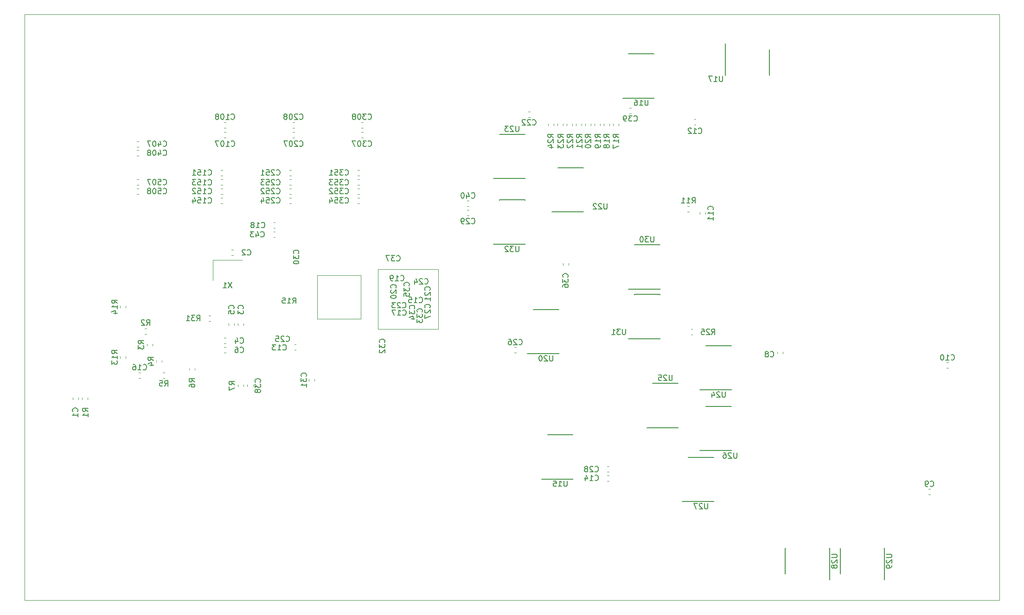
<source format=gbr>
G04 #@! TF.GenerationSoftware,KiCad,Pcbnew,5.1.5-52549c5~86~ubuntu18.04.1*
G04 #@! TF.CreationDate,2020-04-26T19:40:07-07:00*
G04 #@! TF.ProjectId,spla-board,73706c61-2d62-46f6-9172-642e6b696361,9*
G04 #@! TF.SameCoordinates,Original*
G04 #@! TF.FileFunction,Legend,Bot*
G04 #@! TF.FilePolarity,Positive*
%FSLAX46Y46*%
G04 Gerber Fmt 4.6, Leading zero omitted, Abs format (unit mm)*
G04 Created by KiCad (PCBNEW 5.1.5-52549c5~86~ubuntu18.04.1) date 2020-04-26 19:40:07*
%MOMM*%
%LPD*%
G04 APERTURE LIST*
%ADD10C,0.120000*%
%ADD11C,0.050000*%
%ADD12C,0.150000*%
G04 APERTURE END LIST*
D10*
X101400000Y-103600000D02*
X93400000Y-103600000D01*
X101400000Y-95600000D02*
X101400000Y-103600000D01*
X93400000Y-103600000D02*
X93400000Y-95600000D01*
X93400000Y-95600000D02*
X101400000Y-95600000D01*
X104500000Y-105500000D02*
X104500000Y-94500000D01*
X115500000Y-105500000D02*
X104500000Y-105500000D01*
X115500000Y-94500000D02*
X115500000Y-105500000D01*
X104500000Y-94500000D02*
X115500000Y-94500000D01*
D11*
X40000000Y-155000000D02*
X40000000Y-48000000D01*
X218000000Y-48000000D02*
X218000000Y-155000000D01*
X40000000Y-48000000D02*
X218000000Y-48000000D01*
X40000000Y-155000000D02*
X218000000Y-155000000D01*
D10*
X73637221Y-102990000D02*
X73962779Y-102990000D01*
X73637221Y-104010000D02*
X73962779Y-104010000D01*
X74400000Y-92850000D02*
X79700000Y-92850000D01*
X74400000Y-96550000D02*
X74400000Y-92850000D01*
X85437221Y-87690000D02*
X85762779Y-87690000D01*
X85437221Y-88710000D02*
X85762779Y-88710000D01*
X120787221Y-82040000D02*
X121112779Y-82040000D01*
X120787221Y-83060000D02*
X121112779Y-83060000D01*
X150437221Y-65090000D02*
X150762779Y-65090000D01*
X150437221Y-66110000D02*
X150762779Y-66110000D01*
X80690000Y-115962779D02*
X80690000Y-115637221D01*
X81710000Y-115962779D02*
X81710000Y-115637221D01*
X138290000Y-93762779D02*
X138290000Y-93437221D01*
X139310000Y-93762779D02*
X139310000Y-93437221D01*
X92960000Y-114587221D02*
X92960000Y-114912779D01*
X91940000Y-114587221D02*
X91940000Y-114912779D01*
X120787221Y-83690000D02*
X121112779Y-83690000D01*
X120787221Y-84710000D02*
X121112779Y-84710000D01*
X146337221Y-130490000D02*
X146662779Y-130490000D01*
X146337221Y-131510000D02*
X146662779Y-131510000D01*
X129762779Y-109810000D02*
X129437221Y-109810000D01*
X129762779Y-108790000D02*
X129437221Y-108790000D01*
X131937221Y-65790000D02*
X132262779Y-65790000D01*
X131937221Y-66810000D02*
X132262779Y-66810000D01*
X85437221Y-85990000D02*
X85762779Y-85990000D01*
X85437221Y-87010000D02*
X85762779Y-87010000D01*
X61162779Y-114410000D02*
X60837221Y-114410000D01*
X61162779Y-113390000D02*
X60837221Y-113390000D01*
X146337221Y-132190000D02*
X146662779Y-132190000D01*
X146337221Y-133210000D02*
X146662779Y-133210000D01*
X89249721Y-108290000D02*
X89575279Y-108290000D01*
X89249721Y-109310000D02*
X89575279Y-109310000D01*
X60812779Y-80810000D02*
X60487221Y-80810000D01*
X60812779Y-79790000D02*
X60487221Y-79790000D01*
X60812779Y-79160000D02*
X60487221Y-79160000D01*
X60812779Y-78140000D02*
X60487221Y-78140000D01*
X60812779Y-73810000D02*
X60487221Y-73810000D01*
X60812779Y-72790000D02*
X60487221Y-72790000D01*
X60812779Y-72160000D02*
X60487221Y-72160000D01*
X60812779Y-71140000D02*
X60487221Y-71140000D01*
X101162779Y-82510000D02*
X100837221Y-82510000D01*
X101162779Y-81490000D02*
X100837221Y-81490000D01*
X101162779Y-79110000D02*
X100837221Y-79110000D01*
X101162779Y-78090000D02*
X100837221Y-78090000D01*
X101162779Y-80810000D02*
X100837221Y-80810000D01*
X101162779Y-79790000D02*
X100837221Y-79790000D01*
X101162779Y-77410000D02*
X100837221Y-77410000D01*
X101162779Y-76390000D02*
X100837221Y-76390000D01*
X101449721Y-67690000D02*
X101775279Y-67690000D01*
X101449721Y-68710000D02*
X101775279Y-68710000D01*
X101449721Y-69490000D02*
X101775279Y-69490000D01*
X101449721Y-70510000D02*
X101775279Y-70510000D01*
X88662779Y-82510000D02*
X88337221Y-82510000D01*
X88662779Y-81490000D02*
X88337221Y-81490000D01*
X88662779Y-79110000D02*
X88337221Y-79110000D01*
X88662779Y-78090000D02*
X88337221Y-78090000D01*
X88662779Y-80810000D02*
X88337221Y-80810000D01*
X88662779Y-79790000D02*
X88337221Y-79790000D01*
X88662779Y-77410000D02*
X88337221Y-77410000D01*
X88662779Y-76390000D02*
X88337221Y-76390000D01*
X88949721Y-67690000D02*
X89275279Y-67690000D01*
X88949721Y-68710000D02*
X89275279Y-68710000D01*
X88949721Y-69490000D02*
X89275279Y-69490000D01*
X88949721Y-70510000D02*
X89275279Y-70510000D01*
X76162779Y-82510000D02*
X75837221Y-82510000D01*
X76162779Y-81490000D02*
X75837221Y-81490000D01*
X76162779Y-79110000D02*
X75837221Y-79110000D01*
X76162779Y-78090000D02*
X75837221Y-78090000D01*
X76162779Y-80810000D02*
X75837221Y-80810000D01*
X76162779Y-79790000D02*
X75837221Y-79790000D01*
X76162779Y-77410000D02*
X75837221Y-77410000D01*
X76162779Y-76390000D02*
X75837221Y-76390000D01*
X76449721Y-67690000D02*
X76775279Y-67690000D01*
X76449721Y-68710000D02*
X76775279Y-68710000D01*
X76449721Y-69490000D02*
X76775279Y-69490000D01*
X76449721Y-70510000D02*
X76775279Y-70510000D01*
D12*
X164375000Y-108475000D02*
X169025000Y-108475000D01*
X163300000Y-116575000D02*
X169025000Y-116575000D01*
X164375000Y-108475000D02*
X164375000Y-108500000D01*
X169025000Y-108475000D02*
X169025000Y-108500000D01*
X169025000Y-116525000D02*
X169025000Y-116500000D01*
X151325000Y-90050000D02*
X155975000Y-90050000D01*
X150250000Y-98150000D02*
X155975000Y-98150000D01*
X151325000Y-90050000D02*
X151325000Y-90075000D01*
X155975000Y-90050000D02*
X155975000Y-90075000D01*
X155975000Y-98100000D02*
X155975000Y-98075000D01*
D10*
X70090000Y-112950279D02*
X70090000Y-112624721D01*
X71110000Y-112950279D02*
X71110000Y-112624721D01*
D12*
X161175000Y-128875000D02*
X165825000Y-128875000D01*
X160100000Y-136975000D02*
X165825000Y-136975000D01*
X161175000Y-128875000D02*
X161175000Y-128900000D01*
X165825000Y-128875000D02*
X165825000Y-128900000D01*
X165825000Y-136925000D02*
X165825000Y-136900000D01*
D10*
X161637221Y-105490000D02*
X161962779Y-105490000D01*
X161637221Y-106510000D02*
X161962779Y-106510000D01*
X135590000Y-68262779D02*
X135590000Y-67937221D01*
X136610000Y-68262779D02*
X136610000Y-67937221D01*
D12*
X178900000Y-150175000D02*
X178900000Y-145525000D01*
X187000000Y-151250000D02*
X187000000Y-145525000D01*
X178900000Y-150175000D02*
X178925000Y-150175000D01*
X178900000Y-145525000D02*
X178925000Y-145525000D01*
X186950000Y-145525000D02*
X186925000Y-145525000D01*
X126675000Y-81875000D02*
X131325000Y-81875000D01*
X125600000Y-89975000D02*
X131325000Y-89975000D01*
X126675000Y-81875000D02*
X126675000Y-81900000D01*
X131325000Y-81875000D02*
X131325000Y-81900000D01*
X131325000Y-89925000D02*
X131325000Y-89900000D01*
X151325000Y-99150000D02*
X155975000Y-99150000D01*
X150250000Y-107250000D02*
X155975000Y-107250000D01*
X151325000Y-99150000D02*
X151325000Y-99175000D01*
X155975000Y-99150000D02*
X155975000Y-99175000D01*
X155975000Y-107200000D02*
X155975000Y-107175000D01*
X188900000Y-150175000D02*
X188900000Y-145525000D01*
X197000000Y-151250000D02*
X197000000Y-145525000D01*
X188900000Y-150175000D02*
X188925000Y-150175000D01*
X188900000Y-145525000D02*
X188925000Y-145525000D01*
X196950000Y-145525000D02*
X196925000Y-145525000D01*
X164375000Y-119575000D02*
X169025000Y-119575000D01*
X163300000Y-127675000D02*
X169025000Y-127675000D01*
X164375000Y-119575000D02*
X164375000Y-119600000D01*
X169025000Y-119575000D02*
X169025000Y-119600000D01*
X169025000Y-127625000D02*
X169025000Y-127600000D01*
X154675000Y-115375000D02*
X159325000Y-115375000D01*
X153600000Y-123475000D02*
X159325000Y-123475000D01*
X154675000Y-115375000D02*
X154675000Y-115400000D01*
X159325000Y-115375000D02*
X159325000Y-115400000D01*
X159325000Y-123425000D02*
X159325000Y-123400000D01*
X126675000Y-69875000D02*
X131325000Y-69875000D01*
X125600000Y-77975000D02*
X131325000Y-77975000D01*
X126675000Y-69875000D02*
X126675000Y-69900000D01*
X131325000Y-69875000D02*
X131325000Y-69900000D01*
X131325000Y-77925000D02*
X131325000Y-77900000D01*
X137375000Y-75975000D02*
X142025000Y-75975000D01*
X136300000Y-84075000D02*
X142025000Y-84075000D01*
X137375000Y-75975000D02*
X137375000Y-76000000D01*
X142025000Y-75975000D02*
X142025000Y-76000000D01*
X142025000Y-84025000D02*
X142025000Y-84000000D01*
X132875000Y-101875000D02*
X137525000Y-101875000D01*
X131800000Y-109975000D02*
X137525000Y-109975000D01*
X132875000Y-101875000D02*
X132875000Y-101900000D01*
X137525000Y-101875000D02*
X137525000Y-101900000D01*
X137525000Y-109925000D02*
X137525000Y-109900000D01*
X176025000Y-54375000D02*
X176025000Y-59025000D01*
X167925000Y-53300000D02*
X167925000Y-59025000D01*
X176025000Y-54375000D02*
X176000000Y-54375000D01*
X176025000Y-59025000D02*
X176000000Y-59025000D01*
X167975000Y-59025000D02*
X168000000Y-59025000D01*
X150275000Y-55175000D02*
X154925000Y-55175000D01*
X149200000Y-63275000D02*
X154925000Y-63275000D01*
X150275000Y-55175000D02*
X150275000Y-55200000D01*
X154925000Y-55175000D02*
X154925000Y-55200000D01*
X154925000Y-63225000D02*
X154925000Y-63200000D01*
X135475000Y-124775000D02*
X140125000Y-124775000D01*
X134400000Y-132875000D02*
X140125000Y-132875000D01*
X135475000Y-124775000D02*
X135475000Y-124800000D01*
X140125000Y-124775000D02*
X140125000Y-124800000D01*
X140125000Y-132825000D02*
X140125000Y-132800000D01*
D10*
X57490000Y-101562779D02*
X57490000Y-101237221D01*
X58510000Y-101562779D02*
X58510000Y-101237221D01*
X57490000Y-110762779D02*
X57490000Y-110437221D01*
X58510000Y-110762779D02*
X58510000Y-110437221D01*
X161037221Y-82990000D02*
X161362779Y-82990000D01*
X161037221Y-84010000D02*
X161362779Y-84010000D01*
X80010000Y-115637221D02*
X80010000Y-115962779D01*
X78990000Y-115637221D02*
X78990000Y-115962779D01*
X65237221Y-113390000D02*
X65562779Y-113390000D01*
X65237221Y-114410000D02*
X65562779Y-114410000D01*
X64090000Y-111512779D02*
X64090000Y-111187221D01*
X65110000Y-111512779D02*
X65110000Y-111187221D01*
X62340000Y-108512779D02*
X62340000Y-108187221D01*
X63360000Y-108512779D02*
X63360000Y-108187221D01*
X61949721Y-105390000D02*
X62275279Y-105390000D01*
X61949721Y-106410000D02*
X62275279Y-106410000D01*
X50490000Y-118310279D02*
X50490000Y-117984721D01*
X51510000Y-118310279D02*
X51510000Y-117984721D01*
X162562779Y-68110000D02*
X162237221Y-68110000D01*
X162562779Y-67090000D02*
X162237221Y-67090000D01*
X164310000Y-84137221D02*
X164310000Y-84462779D01*
X163290000Y-84137221D02*
X163290000Y-84462779D01*
X208662779Y-112610000D02*
X208337221Y-112610000D01*
X208662779Y-111590000D02*
X208337221Y-111590000D01*
X205362779Y-135710000D02*
X205037221Y-135710000D01*
X205362779Y-134690000D02*
X205037221Y-134690000D01*
X178410000Y-109637221D02*
X178410000Y-109962779D01*
X177390000Y-109637221D02*
X177390000Y-109962779D01*
X76762779Y-109810000D02*
X76437221Y-109810000D01*
X76762779Y-108790000D02*
X76437221Y-108790000D01*
X78310000Y-104437221D02*
X78310000Y-104762779D01*
X77290000Y-104437221D02*
X77290000Y-104762779D01*
X76762779Y-108110000D02*
X76437221Y-108110000D01*
X76762779Y-107090000D02*
X76437221Y-107090000D01*
X80010000Y-104437221D02*
X80010000Y-104762779D01*
X78990000Y-104437221D02*
X78990000Y-104762779D01*
X77749721Y-90990000D02*
X78075279Y-90990000D01*
X77749721Y-92010000D02*
X78075279Y-92010000D01*
X48838000Y-118310279D02*
X48838000Y-117984721D01*
X49858000Y-118310279D02*
X49858000Y-117984721D01*
X137290000Y-68262779D02*
X137290000Y-67937221D01*
X138310000Y-68262779D02*
X138310000Y-67937221D01*
X138990000Y-68262779D02*
X138990000Y-67937221D01*
X140010000Y-68262779D02*
X140010000Y-67937221D01*
X140690000Y-68262779D02*
X140690000Y-67937221D01*
X141710000Y-68262779D02*
X141710000Y-67937221D01*
X142390000Y-68262779D02*
X142390000Y-67937221D01*
X143410000Y-68262779D02*
X143410000Y-67937221D01*
X144090000Y-68262779D02*
X144090000Y-67937221D01*
X145110000Y-68262779D02*
X145110000Y-67937221D01*
X145790000Y-68262779D02*
X145790000Y-67937221D01*
X146810000Y-68262779D02*
X146810000Y-67937221D01*
X147490000Y-68262779D02*
X147490000Y-67937221D01*
X148510000Y-68262779D02*
X148510000Y-67937221D01*
D12*
X71442857Y-103952380D02*
X71776190Y-103476190D01*
X72014285Y-103952380D02*
X72014285Y-102952380D01*
X71633333Y-102952380D01*
X71538095Y-103000000D01*
X71490476Y-103047619D01*
X71442857Y-103142857D01*
X71442857Y-103285714D01*
X71490476Y-103380952D01*
X71538095Y-103428571D01*
X71633333Y-103476190D01*
X72014285Y-103476190D01*
X71109523Y-102952380D02*
X70490476Y-102952380D01*
X70823809Y-103333333D01*
X70680952Y-103333333D01*
X70585714Y-103380952D01*
X70538095Y-103428571D01*
X70490476Y-103523809D01*
X70490476Y-103761904D01*
X70538095Y-103857142D01*
X70585714Y-103904761D01*
X70680952Y-103952380D01*
X70966666Y-103952380D01*
X71061904Y-103904761D01*
X71109523Y-103857142D01*
X69538095Y-103952380D02*
X70109523Y-103952380D01*
X69823809Y-103952380D02*
X69823809Y-102952380D01*
X69919047Y-103095238D01*
X70014285Y-103190476D01*
X70109523Y-103238095D01*
X77859523Y-96952380D02*
X77192857Y-97952380D01*
X77192857Y-96952380D02*
X77859523Y-97952380D01*
X76288095Y-97952380D02*
X76859523Y-97952380D01*
X76573809Y-97952380D02*
X76573809Y-96952380D01*
X76669047Y-97095238D01*
X76764285Y-97190476D01*
X76859523Y-97238095D01*
X83142857Y-88557142D02*
X83190476Y-88604761D01*
X83333333Y-88652380D01*
X83428571Y-88652380D01*
X83571428Y-88604761D01*
X83666666Y-88509523D01*
X83714285Y-88414285D01*
X83761904Y-88223809D01*
X83761904Y-88080952D01*
X83714285Y-87890476D01*
X83666666Y-87795238D01*
X83571428Y-87700000D01*
X83428571Y-87652380D01*
X83333333Y-87652380D01*
X83190476Y-87700000D01*
X83142857Y-87747619D01*
X82285714Y-87985714D02*
X82285714Y-88652380D01*
X82523809Y-87604761D02*
X82761904Y-88319047D01*
X82142857Y-88319047D01*
X81857142Y-87652380D02*
X81238095Y-87652380D01*
X81571428Y-88033333D01*
X81428571Y-88033333D01*
X81333333Y-88080952D01*
X81285714Y-88128571D01*
X81238095Y-88223809D01*
X81238095Y-88461904D01*
X81285714Y-88557142D01*
X81333333Y-88604761D01*
X81428571Y-88652380D01*
X81714285Y-88652380D01*
X81809523Y-88604761D01*
X81857142Y-88557142D01*
X121592857Y-81457142D02*
X121640476Y-81504761D01*
X121783333Y-81552380D01*
X121878571Y-81552380D01*
X122021428Y-81504761D01*
X122116666Y-81409523D01*
X122164285Y-81314285D01*
X122211904Y-81123809D01*
X122211904Y-80980952D01*
X122164285Y-80790476D01*
X122116666Y-80695238D01*
X122021428Y-80600000D01*
X121878571Y-80552380D01*
X121783333Y-80552380D01*
X121640476Y-80600000D01*
X121592857Y-80647619D01*
X120735714Y-80885714D02*
X120735714Y-81552380D01*
X120973809Y-80504761D02*
X121211904Y-81219047D01*
X120592857Y-81219047D01*
X120021428Y-80552380D02*
X119926190Y-80552380D01*
X119830952Y-80600000D01*
X119783333Y-80647619D01*
X119735714Y-80742857D01*
X119688095Y-80933333D01*
X119688095Y-81171428D01*
X119735714Y-81361904D01*
X119783333Y-81457142D01*
X119830952Y-81504761D01*
X119926190Y-81552380D01*
X120021428Y-81552380D01*
X120116666Y-81504761D01*
X120164285Y-81457142D01*
X120211904Y-81361904D01*
X120259523Y-81171428D01*
X120259523Y-80933333D01*
X120211904Y-80742857D01*
X120164285Y-80647619D01*
X120116666Y-80600000D01*
X120021428Y-80552380D01*
X151242857Y-67387142D02*
X151290476Y-67434761D01*
X151433333Y-67482380D01*
X151528571Y-67482380D01*
X151671428Y-67434761D01*
X151766666Y-67339523D01*
X151814285Y-67244285D01*
X151861904Y-67053809D01*
X151861904Y-66910952D01*
X151814285Y-66720476D01*
X151766666Y-66625238D01*
X151671428Y-66530000D01*
X151528571Y-66482380D01*
X151433333Y-66482380D01*
X151290476Y-66530000D01*
X151242857Y-66577619D01*
X150909523Y-66482380D02*
X150290476Y-66482380D01*
X150623809Y-66863333D01*
X150480952Y-66863333D01*
X150385714Y-66910952D01*
X150338095Y-66958571D01*
X150290476Y-67053809D01*
X150290476Y-67291904D01*
X150338095Y-67387142D01*
X150385714Y-67434761D01*
X150480952Y-67482380D01*
X150766666Y-67482380D01*
X150861904Y-67434761D01*
X150909523Y-67387142D01*
X149814285Y-67482380D02*
X149623809Y-67482380D01*
X149528571Y-67434761D01*
X149480952Y-67387142D01*
X149385714Y-67244285D01*
X149338095Y-67053809D01*
X149338095Y-66672857D01*
X149385714Y-66577619D01*
X149433333Y-66530000D01*
X149528571Y-66482380D01*
X149719047Y-66482380D01*
X149814285Y-66530000D01*
X149861904Y-66577619D01*
X149909523Y-66672857D01*
X149909523Y-66910952D01*
X149861904Y-67006190D01*
X149814285Y-67053809D01*
X149719047Y-67101428D01*
X149528571Y-67101428D01*
X149433333Y-67053809D01*
X149385714Y-67006190D01*
X149338095Y-66910952D01*
X82987142Y-115157142D02*
X83034761Y-115109523D01*
X83082380Y-114966666D01*
X83082380Y-114871428D01*
X83034761Y-114728571D01*
X82939523Y-114633333D01*
X82844285Y-114585714D01*
X82653809Y-114538095D01*
X82510952Y-114538095D01*
X82320476Y-114585714D01*
X82225238Y-114633333D01*
X82130000Y-114728571D01*
X82082380Y-114871428D01*
X82082380Y-114966666D01*
X82130000Y-115109523D01*
X82177619Y-115157142D01*
X82082380Y-115490476D02*
X82082380Y-116109523D01*
X82463333Y-115776190D01*
X82463333Y-115919047D01*
X82510952Y-116014285D01*
X82558571Y-116061904D01*
X82653809Y-116109523D01*
X82891904Y-116109523D01*
X82987142Y-116061904D01*
X83034761Y-116014285D01*
X83082380Y-115919047D01*
X83082380Y-115633333D01*
X83034761Y-115538095D01*
X82987142Y-115490476D01*
X82510952Y-116680952D02*
X82463333Y-116585714D01*
X82415714Y-116538095D01*
X82320476Y-116490476D01*
X82272857Y-116490476D01*
X82177619Y-116538095D01*
X82130000Y-116585714D01*
X82082380Y-116680952D01*
X82082380Y-116871428D01*
X82130000Y-116966666D01*
X82177619Y-117014285D01*
X82272857Y-117061904D01*
X82320476Y-117061904D01*
X82415714Y-117014285D01*
X82463333Y-116966666D01*
X82510952Y-116871428D01*
X82510952Y-116680952D01*
X82558571Y-116585714D01*
X82606190Y-116538095D01*
X82701428Y-116490476D01*
X82891904Y-116490476D01*
X82987142Y-116538095D01*
X83034761Y-116585714D01*
X83082380Y-116680952D01*
X83082380Y-116871428D01*
X83034761Y-116966666D01*
X82987142Y-117014285D01*
X82891904Y-117061904D01*
X82701428Y-117061904D01*
X82606190Y-117014285D01*
X82558571Y-116966666D01*
X82510952Y-116871428D01*
X107942857Y-92937142D02*
X107990476Y-92984761D01*
X108133333Y-93032380D01*
X108228571Y-93032380D01*
X108371428Y-92984761D01*
X108466666Y-92889523D01*
X108514285Y-92794285D01*
X108561904Y-92603809D01*
X108561904Y-92460952D01*
X108514285Y-92270476D01*
X108466666Y-92175238D01*
X108371428Y-92080000D01*
X108228571Y-92032380D01*
X108133333Y-92032380D01*
X107990476Y-92080000D01*
X107942857Y-92127619D01*
X107609523Y-92032380D02*
X106990476Y-92032380D01*
X107323809Y-92413333D01*
X107180952Y-92413333D01*
X107085714Y-92460952D01*
X107038095Y-92508571D01*
X106990476Y-92603809D01*
X106990476Y-92841904D01*
X107038095Y-92937142D01*
X107085714Y-92984761D01*
X107180952Y-93032380D01*
X107466666Y-93032380D01*
X107561904Y-92984761D01*
X107609523Y-92937142D01*
X106657142Y-92032380D02*
X105990476Y-92032380D01*
X106419047Y-93032380D01*
X139157142Y-95957142D02*
X139204761Y-95909523D01*
X139252380Y-95766666D01*
X139252380Y-95671428D01*
X139204761Y-95528571D01*
X139109523Y-95433333D01*
X139014285Y-95385714D01*
X138823809Y-95338095D01*
X138680952Y-95338095D01*
X138490476Y-95385714D01*
X138395238Y-95433333D01*
X138300000Y-95528571D01*
X138252380Y-95671428D01*
X138252380Y-95766666D01*
X138300000Y-95909523D01*
X138347619Y-95957142D01*
X138252380Y-96290476D02*
X138252380Y-96909523D01*
X138633333Y-96576190D01*
X138633333Y-96719047D01*
X138680952Y-96814285D01*
X138728571Y-96861904D01*
X138823809Y-96909523D01*
X139061904Y-96909523D01*
X139157142Y-96861904D01*
X139204761Y-96814285D01*
X139252380Y-96719047D01*
X139252380Y-96433333D01*
X139204761Y-96338095D01*
X139157142Y-96290476D01*
X138252380Y-97766666D02*
X138252380Y-97576190D01*
X138300000Y-97480952D01*
X138347619Y-97433333D01*
X138490476Y-97338095D01*
X138680952Y-97290476D01*
X139061904Y-97290476D01*
X139157142Y-97338095D01*
X139204761Y-97385714D01*
X139252380Y-97480952D01*
X139252380Y-97671428D01*
X139204761Y-97766666D01*
X139157142Y-97814285D01*
X139061904Y-97861904D01*
X138823809Y-97861904D01*
X138728571Y-97814285D01*
X138680952Y-97766666D01*
X138633333Y-97671428D01*
X138633333Y-97480952D01*
X138680952Y-97385714D01*
X138728571Y-97338095D01*
X138823809Y-97290476D01*
X110157142Y-97557142D02*
X110204761Y-97509523D01*
X110252380Y-97366666D01*
X110252380Y-97271428D01*
X110204761Y-97128571D01*
X110109523Y-97033333D01*
X110014285Y-96985714D01*
X109823809Y-96938095D01*
X109680952Y-96938095D01*
X109490476Y-96985714D01*
X109395238Y-97033333D01*
X109300000Y-97128571D01*
X109252380Y-97271428D01*
X109252380Y-97366666D01*
X109300000Y-97509523D01*
X109347619Y-97557142D01*
X109252380Y-97890476D02*
X109252380Y-98509523D01*
X109633333Y-98176190D01*
X109633333Y-98319047D01*
X109680952Y-98414285D01*
X109728571Y-98461904D01*
X109823809Y-98509523D01*
X110061904Y-98509523D01*
X110157142Y-98461904D01*
X110204761Y-98414285D01*
X110252380Y-98319047D01*
X110252380Y-98033333D01*
X110204761Y-97938095D01*
X110157142Y-97890476D01*
X109252380Y-99414285D02*
X109252380Y-98938095D01*
X109728571Y-98890476D01*
X109680952Y-98938095D01*
X109633333Y-99033333D01*
X109633333Y-99271428D01*
X109680952Y-99366666D01*
X109728571Y-99414285D01*
X109823809Y-99461904D01*
X110061904Y-99461904D01*
X110157142Y-99414285D01*
X110204761Y-99366666D01*
X110252380Y-99271428D01*
X110252380Y-99033333D01*
X110204761Y-98938095D01*
X110157142Y-98890476D01*
X111157142Y-101757142D02*
X111204761Y-101709523D01*
X111252380Y-101566666D01*
X111252380Y-101471428D01*
X111204761Y-101328571D01*
X111109523Y-101233333D01*
X111014285Y-101185714D01*
X110823809Y-101138095D01*
X110680952Y-101138095D01*
X110490476Y-101185714D01*
X110395238Y-101233333D01*
X110300000Y-101328571D01*
X110252380Y-101471428D01*
X110252380Y-101566666D01*
X110300000Y-101709523D01*
X110347619Y-101757142D01*
X110252380Y-102090476D02*
X110252380Y-102709523D01*
X110633333Y-102376190D01*
X110633333Y-102519047D01*
X110680952Y-102614285D01*
X110728571Y-102661904D01*
X110823809Y-102709523D01*
X111061904Y-102709523D01*
X111157142Y-102661904D01*
X111204761Y-102614285D01*
X111252380Y-102519047D01*
X111252380Y-102233333D01*
X111204761Y-102138095D01*
X111157142Y-102090476D01*
X110585714Y-103566666D02*
X111252380Y-103566666D01*
X110204761Y-103328571D02*
X110919047Y-103090476D01*
X110919047Y-103709523D01*
X112557142Y-102357142D02*
X112604761Y-102309523D01*
X112652380Y-102166666D01*
X112652380Y-102071428D01*
X112604761Y-101928571D01*
X112509523Y-101833333D01*
X112414285Y-101785714D01*
X112223809Y-101738095D01*
X112080952Y-101738095D01*
X111890476Y-101785714D01*
X111795238Y-101833333D01*
X111700000Y-101928571D01*
X111652380Y-102071428D01*
X111652380Y-102166666D01*
X111700000Y-102309523D01*
X111747619Y-102357142D01*
X111652380Y-102690476D02*
X111652380Y-103309523D01*
X112033333Y-102976190D01*
X112033333Y-103119047D01*
X112080952Y-103214285D01*
X112128571Y-103261904D01*
X112223809Y-103309523D01*
X112461904Y-103309523D01*
X112557142Y-103261904D01*
X112604761Y-103214285D01*
X112652380Y-103119047D01*
X112652380Y-102833333D01*
X112604761Y-102738095D01*
X112557142Y-102690476D01*
X111652380Y-103642857D02*
X111652380Y-104261904D01*
X112033333Y-103928571D01*
X112033333Y-104071428D01*
X112080952Y-104166666D01*
X112128571Y-104214285D01*
X112223809Y-104261904D01*
X112461904Y-104261904D01*
X112557142Y-104214285D01*
X112604761Y-104166666D01*
X112652380Y-104071428D01*
X112652380Y-103785714D01*
X112604761Y-103690476D01*
X112557142Y-103642857D01*
X105677142Y-107907142D02*
X105724761Y-107859523D01*
X105772380Y-107716666D01*
X105772380Y-107621428D01*
X105724761Y-107478571D01*
X105629523Y-107383333D01*
X105534285Y-107335714D01*
X105343809Y-107288095D01*
X105200952Y-107288095D01*
X105010476Y-107335714D01*
X104915238Y-107383333D01*
X104820000Y-107478571D01*
X104772380Y-107621428D01*
X104772380Y-107716666D01*
X104820000Y-107859523D01*
X104867619Y-107907142D01*
X104772380Y-108240476D02*
X104772380Y-108859523D01*
X105153333Y-108526190D01*
X105153333Y-108669047D01*
X105200952Y-108764285D01*
X105248571Y-108811904D01*
X105343809Y-108859523D01*
X105581904Y-108859523D01*
X105677142Y-108811904D01*
X105724761Y-108764285D01*
X105772380Y-108669047D01*
X105772380Y-108383333D01*
X105724761Y-108288095D01*
X105677142Y-108240476D01*
X104867619Y-109240476D02*
X104820000Y-109288095D01*
X104772380Y-109383333D01*
X104772380Y-109621428D01*
X104820000Y-109716666D01*
X104867619Y-109764285D01*
X104962857Y-109811904D01*
X105058095Y-109811904D01*
X105200952Y-109764285D01*
X105772380Y-109192857D01*
X105772380Y-109811904D01*
X91377142Y-114107142D02*
X91424761Y-114059523D01*
X91472380Y-113916666D01*
X91472380Y-113821428D01*
X91424761Y-113678571D01*
X91329523Y-113583333D01*
X91234285Y-113535714D01*
X91043809Y-113488095D01*
X90900952Y-113488095D01*
X90710476Y-113535714D01*
X90615238Y-113583333D01*
X90520000Y-113678571D01*
X90472380Y-113821428D01*
X90472380Y-113916666D01*
X90520000Y-114059523D01*
X90567619Y-114107142D01*
X90472380Y-114440476D02*
X90472380Y-115059523D01*
X90853333Y-114726190D01*
X90853333Y-114869047D01*
X90900952Y-114964285D01*
X90948571Y-115011904D01*
X91043809Y-115059523D01*
X91281904Y-115059523D01*
X91377142Y-115011904D01*
X91424761Y-114964285D01*
X91472380Y-114869047D01*
X91472380Y-114583333D01*
X91424761Y-114488095D01*
X91377142Y-114440476D01*
X91472380Y-116011904D02*
X91472380Y-115440476D01*
X91472380Y-115726190D02*
X90472380Y-115726190D01*
X90615238Y-115630952D01*
X90710476Y-115535714D01*
X90758095Y-115440476D01*
X89987142Y-91657142D02*
X90034761Y-91609523D01*
X90082380Y-91466666D01*
X90082380Y-91371428D01*
X90034761Y-91228571D01*
X89939523Y-91133333D01*
X89844285Y-91085714D01*
X89653809Y-91038095D01*
X89510952Y-91038095D01*
X89320476Y-91085714D01*
X89225238Y-91133333D01*
X89130000Y-91228571D01*
X89082380Y-91371428D01*
X89082380Y-91466666D01*
X89130000Y-91609523D01*
X89177619Y-91657142D01*
X89082380Y-91990476D02*
X89082380Y-92609523D01*
X89463333Y-92276190D01*
X89463333Y-92419047D01*
X89510952Y-92514285D01*
X89558571Y-92561904D01*
X89653809Y-92609523D01*
X89891904Y-92609523D01*
X89987142Y-92561904D01*
X90034761Y-92514285D01*
X90082380Y-92419047D01*
X90082380Y-92133333D01*
X90034761Y-92038095D01*
X89987142Y-91990476D01*
X89082380Y-93228571D02*
X89082380Y-93323809D01*
X89130000Y-93419047D01*
X89177619Y-93466666D01*
X89272857Y-93514285D01*
X89463333Y-93561904D01*
X89701428Y-93561904D01*
X89891904Y-93514285D01*
X89987142Y-93466666D01*
X90034761Y-93419047D01*
X90082380Y-93323809D01*
X90082380Y-93228571D01*
X90034761Y-93133333D01*
X89987142Y-93085714D01*
X89891904Y-93038095D01*
X89701428Y-92990476D01*
X89463333Y-92990476D01*
X89272857Y-93038095D01*
X89177619Y-93085714D01*
X89130000Y-93133333D01*
X89082380Y-93228571D01*
X121592857Y-86107142D02*
X121640476Y-86154761D01*
X121783333Y-86202380D01*
X121878571Y-86202380D01*
X122021428Y-86154761D01*
X122116666Y-86059523D01*
X122164285Y-85964285D01*
X122211904Y-85773809D01*
X122211904Y-85630952D01*
X122164285Y-85440476D01*
X122116666Y-85345238D01*
X122021428Y-85250000D01*
X121878571Y-85202380D01*
X121783333Y-85202380D01*
X121640476Y-85250000D01*
X121592857Y-85297619D01*
X121211904Y-85297619D02*
X121164285Y-85250000D01*
X121069047Y-85202380D01*
X120830952Y-85202380D01*
X120735714Y-85250000D01*
X120688095Y-85297619D01*
X120640476Y-85392857D01*
X120640476Y-85488095D01*
X120688095Y-85630952D01*
X121259523Y-86202380D01*
X120640476Y-86202380D01*
X120164285Y-86202380D02*
X119973809Y-86202380D01*
X119878571Y-86154761D01*
X119830952Y-86107142D01*
X119735714Y-85964285D01*
X119688095Y-85773809D01*
X119688095Y-85392857D01*
X119735714Y-85297619D01*
X119783333Y-85250000D01*
X119878571Y-85202380D01*
X120069047Y-85202380D01*
X120164285Y-85250000D01*
X120211904Y-85297619D01*
X120259523Y-85392857D01*
X120259523Y-85630952D01*
X120211904Y-85726190D01*
X120164285Y-85773809D01*
X120069047Y-85821428D01*
X119878571Y-85821428D01*
X119783333Y-85773809D01*
X119735714Y-85726190D01*
X119688095Y-85630952D01*
X144142857Y-131457142D02*
X144190476Y-131504761D01*
X144333333Y-131552380D01*
X144428571Y-131552380D01*
X144571428Y-131504761D01*
X144666666Y-131409523D01*
X144714285Y-131314285D01*
X144761904Y-131123809D01*
X144761904Y-130980952D01*
X144714285Y-130790476D01*
X144666666Y-130695238D01*
X144571428Y-130600000D01*
X144428571Y-130552380D01*
X144333333Y-130552380D01*
X144190476Y-130600000D01*
X144142857Y-130647619D01*
X143761904Y-130647619D02*
X143714285Y-130600000D01*
X143619047Y-130552380D01*
X143380952Y-130552380D01*
X143285714Y-130600000D01*
X143238095Y-130647619D01*
X143190476Y-130742857D01*
X143190476Y-130838095D01*
X143238095Y-130980952D01*
X143809523Y-131552380D01*
X143190476Y-131552380D01*
X142619047Y-130980952D02*
X142714285Y-130933333D01*
X142761904Y-130885714D01*
X142809523Y-130790476D01*
X142809523Y-130742857D01*
X142761904Y-130647619D01*
X142714285Y-130600000D01*
X142619047Y-130552380D01*
X142428571Y-130552380D01*
X142333333Y-130600000D01*
X142285714Y-130647619D01*
X142238095Y-130742857D01*
X142238095Y-130790476D01*
X142285714Y-130885714D01*
X142333333Y-130933333D01*
X142428571Y-130980952D01*
X142619047Y-130980952D01*
X142714285Y-131028571D01*
X142761904Y-131076190D01*
X142809523Y-131171428D01*
X142809523Y-131361904D01*
X142761904Y-131457142D01*
X142714285Y-131504761D01*
X142619047Y-131552380D01*
X142428571Y-131552380D01*
X142333333Y-131504761D01*
X142285714Y-131457142D01*
X142238095Y-131361904D01*
X142238095Y-131171428D01*
X142285714Y-131076190D01*
X142333333Y-131028571D01*
X142428571Y-130980952D01*
X113957142Y-101557142D02*
X114004761Y-101509523D01*
X114052380Y-101366666D01*
X114052380Y-101271428D01*
X114004761Y-101128571D01*
X113909523Y-101033333D01*
X113814285Y-100985714D01*
X113623809Y-100938095D01*
X113480952Y-100938095D01*
X113290476Y-100985714D01*
X113195238Y-101033333D01*
X113100000Y-101128571D01*
X113052380Y-101271428D01*
X113052380Y-101366666D01*
X113100000Y-101509523D01*
X113147619Y-101557142D01*
X113147619Y-101938095D02*
X113100000Y-101985714D01*
X113052380Y-102080952D01*
X113052380Y-102319047D01*
X113100000Y-102414285D01*
X113147619Y-102461904D01*
X113242857Y-102509523D01*
X113338095Y-102509523D01*
X113480952Y-102461904D01*
X114052380Y-101890476D01*
X114052380Y-102509523D01*
X113052380Y-102842857D02*
X113052380Y-103509523D01*
X114052380Y-103080952D01*
X130242857Y-108227142D02*
X130290476Y-108274761D01*
X130433333Y-108322380D01*
X130528571Y-108322380D01*
X130671428Y-108274761D01*
X130766666Y-108179523D01*
X130814285Y-108084285D01*
X130861904Y-107893809D01*
X130861904Y-107750952D01*
X130814285Y-107560476D01*
X130766666Y-107465238D01*
X130671428Y-107370000D01*
X130528571Y-107322380D01*
X130433333Y-107322380D01*
X130290476Y-107370000D01*
X130242857Y-107417619D01*
X129861904Y-107417619D02*
X129814285Y-107370000D01*
X129719047Y-107322380D01*
X129480952Y-107322380D01*
X129385714Y-107370000D01*
X129338095Y-107417619D01*
X129290476Y-107512857D01*
X129290476Y-107608095D01*
X129338095Y-107750952D01*
X129909523Y-108322380D01*
X129290476Y-108322380D01*
X128433333Y-107322380D02*
X128623809Y-107322380D01*
X128719047Y-107370000D01*
X128766666Y-107417619D01*
X128861904Y-107560476D01*
X128909523Y-107750952D01*
X128909523Y-108131904D01*
X128861904Y-108227142D01*
X128814285Y-108274761D01*
X128719047Y-108322380D01*
X128528571Y-108322380D01*
X128433333Y-108274761D01*
X128385714Y-108227142D01*
X128338095Y-108131904D01*
X128338095Y-107893809D01*
X128385714Y-107798571D01*
X128433333Y-107750952D01*
X128528571Y-107703333D01*
X128719047Y-107703333D01*
X128814285Y-107750952D01*
X128861904Y-107798571D01*
X128909523Y-107893809D01*
X87757857Y-107657142D02*
X87805476Y-107704761D01*
X87948333Y-107752380D01*
X88043571Y-107752380D01*
X88186428Y-107704761D01*
X88281666Y-107609523D01*
X88329285Y-107514285D01*
X88376904Y-107323809D01*
X88376904Y-107180952D01*
X88329285Y-106990476D01*
X88281666Y-106895238D01*
X88186428Y-106800000D01*
X88043571Y-106752380D01*
X87948333Y-106752380D01*
X87805476Y-106800000D01*
X87757857Y-106847619D01*
X87376904Y-106847619D02*
X87329285Y-106800000D01*
X87234047Y-106752380D01*
X86995952Y-106752380D01*
X86900714Y-106800000D01*
X86853095Y-106847619D01*
X86805476Y-106942857D01*
X86805476Y-107038095D01*
X86853095Y-107180952D01*
X87424523Y-107752380D01*
X86805476Y-107752380D01*
X85900714Y-106752380D02*
X86376904Y-106752380D01*
X86424523Y-107228571D01*
X86376904Y-107180952D01*
X86281666Y-107133333D01*
X86043571Y-107133333D01*
X85948333Y-107180952D01*
X85900714Y-107228571D01*
X85853095Y-107323809D01*
X85853095Y-107561904D01*
X85900714Y-107657142D01*
X85948333Y-107704761D01*
X86043571Y-107752380D01*
X86281666Y-107752380D01*
X86376904Y-107704761D01*
X86424523Y-107657142D01*
X113042857Y-97157142D02*
X113090476Y-97204761D01*
X113233333Y-97252380D01*
X113328571Y-97252380D01*
X113471428Y-97204761D01*
X113566666Y-97109523D01*
X113614285Y-97014285D01*
X113661904Y-96823809D01*
X113661904Y-96680952D01*
X113614285Y-96490476D01*
X113566666Y-96395238D01*
X113471428Y-96300000D01*
X113328571Y-96252380D01*
X113233333Y-96252380D01*
X113090476Y-96300000D01*
X113042857Y-96347619D01*
X112661904Y-96347619D02*
X112614285Y-96300000D01*
X112519047Y-96252380D01*
X112280952Y-96252380D01*
X112185714Y-96300000D01*
X112138095Y-96347619D01*
X112090476Y-96442857D01*
X112090476Y-96538095D01*
X112138095Y-96680952D01*
X112709523Y-97252380D01*
X112090476Y-97252380D01*
X111233333Y-96585714D02*
X111233333Y-97252380D01*
X111471428Y-96204761D02*
X111709523Y-96919047D01*
X111090476Y-96919047D01*
X108992857Y-101507142D02*
X109040476Y-101554761D01*
X109183333Y-101602380D01*
X109278571Y-101602380D01*
X109421428Y-101554761D01*
X109516666Y-101459523D01*
X109564285Y-101364285D01*
X109611904Y-101173809D01*
X109611904Y-101030952D01*
X109564285Y-100840476D01*
X109516666Y-100745238D01*
X109421428Y-100650000D01*
X109278571Y-100602380D01*
X109183333Y-100602380D01*
X109040476Y-100650000D01*
X108992857Y-100697619D01*
X108611904Y-100697619D02*
X108564285Y-100650000D01*
X108469047Y-100602380D01*
X108230952Y-100602380D01*
X108135714Y-100650000D01*
X108088095Y-100697619D01*
X108040476Y-100792857D01*
X108040476Y-100888095D01*
X108088095Y-101030952D01*
X108659523Y-101602380D01*
X108040476Y-101602380D01*
X107707142Y-100602380D02*
X107088095Y-100602380D01*
X107421428Y-100983333D01*
X107278571Y-100983333D01*
X107183333Y-101030952D01*
X107135714Y-101078571D01*
X107088095Y-101173809D01*
X107088095Y-101411904D01*
X107135714Y-101507142D01*
X107183333Y-101554761D01*
X107278571Y-101602380D01*
X107564285Y-101602380D01*
X107659523Y-101554761D01*
X107707142Y-101507142D01*
X132742857Y-68087142D02*
X132790476Y-68134761D01*
X132933333Y-68182380D01*
X133028571Y-68182380D01*
X133171428Y-68134761D01*
X133266666Y-68039523D01*
X133314285Y-67944285D01*
X133361904Y-67753809D01*
X133361904Y-67610952D01*
X133314285Y-67420476D01*
X133266666Y-67325238D01*
X133171428Y-67230000D01*
X133028571Y-67182380D01*
X132933333Y-67182380D01*
X132790476Y-67230000D01*
X132742857Y-67277619D01*
X132361904Y-67277619D02*
X132314285Y-67230000D01*
X132219047Y-67182380D01*
X131980952Y-67182380D01*
X131885714Y-67230000D01*
X131838095Y-67277619D01*
X131790476Y-67372857D01*
X131790476Y-67468095D01*
X131838095Y-67610952D01*
X132409523Y-68182380D01*
X131790476Y-68182380D01*
X131409523Y-67277619D02*
X131361904Y-67230000D01*
X131266666Y-67182380D01*
X131028571Y-67182380D01*
X130933333Y-67230000D01*
X130885714Y-67277619D01*
X130838095Y-67372857D01*
X130838095Y-67468095D01*
X130885714Y-67610952D01*
X131457142Y-68182380D01*
X130838095Y-68182380D01*
X113957142Y-98357142D02*
X114004761Y-98309523D01*
X114052380Y-98166666D01*
X114052380Y-98071428D01*
X114004761Y-97928571D01*
X113909523Y-97833333D01*
X113814285Y-97785714D01*
X113623809Y-97738095D01*
X113480952Y-97738095D01*
X113290476Y-97785714D01*
X113195238Y-97833333D01*
X113100000Y-97928571D01*
X113052380Y-98071428D01*
X113052380Y-98166666D01*
X113100000Y-98309523D01*
X113147619Y-98357142D01*
X113147619Y-98738095D02*
X113100000Y-98785714D01*
X113052380Y-98880952D01*
X113052380Y-99119047D01*
X113100000Y-99214285D01*
X113147619Y-99261904D01*
X113242857Y-99309523D01*
X113338095Y-99309523D01*
X113480952Y-99261904D01*
X114052380Y-98690476D01*
X114052380Y-99309523D01*
X114052380Y-100261904D02*
X114052380Y-99690476D01*
X114052380Y-99976190D02*
X113052380Y-99976190D01*
X113195238Y-99880952D01*
X113290476Y-99785714D01*
X113338095Y-99690476D01*
X107757142Y-97957142D02*
X107804761Y-97909523D01*
X107852380Y-97766666D01*
X107852380Y-97671428D01*
X107804761Y-97528571D01*
X107709523Y-97433333D01*
X107614285Y-97385714D01*
X107423809Y-97338095D01*
X107280952Y-97338095D01*
X107090476Y-97385714D01*
X106995238Y-97433333D01*
X106900000Y-97528571D01*
X106852380Y-97671428D01*
X106852380Y-97766666D01*
X106900000Y-97909523D01*
X106947619Y-97957142D01*
X106947619Y-98338095D02*
X106900000Y-98385714D01*
X106852380Y-98480952D01*
X106852380Y-98719047D01*
X106900000Y-98814285D01*
X106947619Y-98861904D01*
X107042857Y-98909523D01*
X107138095Y-98909523D01*
X107280952Y-98861904D01*
X107852380Y-98290476D01*
X107852380Y-98909523D01*
X106852380Y-99528571D02*
X106852380Y-99623809D01*
X106900000Y-99719047D01*
X106947619Y-99766666D01*
X107042857Y-99814285D01*
X107233333Y-99861904D01*
X107471428Y-99861904D01*
X107661904Y-99814285D01*
X107757142Y-99766666D01*
X107804761Y-99719047D01*
X107852380Y-99623809D01*
X107852380Y-99528571D01*
X107804761Y-99433333D01*
X107757142Y-99385714D01*
X107661904Y-99338095D01*
X107471428Y-99290476D01*
X107233333Y-99290476D01*
X107042857Y-99338095D01*
X106947619Y-99385714D01*
X106900000Y-99433333D01*
X106852380Y-99528571D01*
X108642857Y-96557142D02*
X108690476Y-96604761D01*
X108833333Y-96652380D01*
X108928571Y-96652380D01*
X109071428Y-96604761D01*
X109166666Y-96509523D01*
X109214285Y-96414285D01*
X109261904Y-96223809D01*
X109261904Y-96080952D01*
X109214285Y-95890476D01*
X109166666Y-95795238D01*
X109071428Y-95700000D01*
X108928571Y-95652380D01*
X108833333Y-95652380D01*
X108690476Y-95700000D01*
X108642857Y-95747619D01*
X107690476Y-96652380D02*
X108261904Y-96652380D01*
X107976190Y-96652380D02*
X107976190Y-95652380D01*
X108071428Y-95795238D01*
X108166666Y-95890476D01*
X108261904Y-95938095D01*
X107214285Y-96652380D02*
X107023809Y-96652380D01*
X106928571Y-96604761D01*
X106880952Y-96557142D01*
X106785714Y-96414285D01*
X106738095Y-96223809D01*
X106738095Y-95842857D01*
X106785714Y-95747619D01*
X106833333Y-95700000D01*
X106928571Y-95652380D01*
X107119047Y-95652380D01*
X107214285Y-95700000D01*
X107261904Y-95747619D01*
X107309523Y-95842857D01*
X107309523Y-96080952D01*
X107261904Y-96176190D01*
X107214285Y-96223809D01*
X107119047Y-96271428D01*
X106928571Y-96271428D01*
X106833333Y-96223809D01*
X106785714Y-96176190D01*
X106738095Y-96080952D01*
X83242857Y-86857142D02*
X83290476Y-86904761D01*
X83433333Y-86952380D01*
X83528571Y-86952380D01*
X83671428Y-86904761D01*
X83766666Y-86809523D01*
X83814285Y-86714285D01*
X83861904Y-86523809D01*
X83861904Y-86380952D01*
X83814285Y-86190476D01*
X83766666Y-86095238D01*
X83671428Y-86000000D01*
X83528571Y-85952380D01*
X83433333Y-85952380D01*
X83290476Y-86000000D01*
X83242857Y-86047619D01*
X82290476Y-86952380D02*
X82861904Y-86952380D01*
X82576190Y-86952380D02*
X82576190Y-85952380D01*
X82671428Y-86095238D01*
X82766666Y-86190476D01*
X82861904Y-86238095D01*
X81719047Y-86380952D02*
X81814285Y-86333333D01*
X81861904Y-86285714D01*
X81909523Y-86190476D01*
X81909523Y-86142857D01*
X81861904Y-86047619D01*
X81814285Y-86000000D01*
X81719047Y-85952380D01*
X81528571Y-85952380D01*
X81433333Y-86000000D01*
X81385714Y-86047619D01*
X81338095Y-86142857D01*
X81338095Y-86190476D01*
X81385714Y-86285714D01*
X81433333Y-86333333D01*
X81528571Y-86380952D01*
X81719047Y-86380952D01*
X81814285Y-86428571D01*
X81861904Y-86476190D01*
X81909523Y-86571428D01*
X81909523Y-86761904D01*
X81861904Y-86857142D01*
X81814285Y-86904761D01*
X81719047Y-86952380D01*
X81528571Y-86952380D01*
X81433333Y-86904761D01*
X81385714Y-86857142D01*
X81338095Y-86761904D01*
X81338095Y-86571428D01*
X81385714Y-86476190D01*
X81433333Y-86428571D01*
X81528571Y-86380952D01*
X109042857Y-102857142D02*
X109090476Y-102904761D01*
X109233333Y-102952380D01*
X109328571Y-102952380D01*
X109471428Y-102904761D01*
X109566666Y-102809523D01*
X109614285Y-102714285D01*
X109661904Y-102523809D01*
X109661904Y-102380952D01*
X109614285Y-102190476D01*
X109566666Y-102095238D01*
X109471428Y-102000000D01*
X109328571Y-101952380D01*
X109233333Y-101952380D01*
X109090476Y-102000000D01*
X109042857Y-102047619D01*
X108090476Y-102952380D02*
X108661904Y-102952380D01*
X108376190Y-102952380D02*
X108376190Y-101952380D01*
X108471428Y-102095238D01*
X108566666Y-102190476D01*
X108661904Y-102238095D01*
X107757142Y-101952380D02*
X107090476Y-101952380D01*
X107519047Y-102952380D01*
X61642857Y-112827142D02*
X61690476Y-112874761D01*
X61833333Y-112922380D01*
X61928571Y-112922380D01*
X62071428Y-112874761D01*
X62166666Y-112779523D01*
X62214285Y-112684285D01*
X62261904Y-112493809D01*
X62261904Y-112350952D01*
X62214285Y-112160476D01*
X62166666Y-112065238D01*
X62071428Y-111970000D01*
X61928571Y-111922380D01*
X61833333Y-111922380D01*
X61690476Y-111970000D01*
X61642857Y-112017619D01*
X60690476Y-112922380D02*
X61261904Y-112922380D01*
X60976190Y-112922380D02*
X60976190Y-111922380D01*
X61071428Y-112065238D01*
X61166666Y-112160476D01*
X61261904Y-112208095D01*
X59833333Y-111922380D02*
X60023809Y-111922380D01*
X60119047Y-111970000D01*
X60166666Y-112017619D01*
X60261904Y-112160476D01*
X60309523Y-112350952D01*
X60309523Y-112731904D01*
X60261904Y-112827142D01*
X60214285Y-112874761D01*
X60119047Y-112922380D01*
X59928571Y-112922380D01*
X59833333Y-112874761D01*
X59785714Y-112827142D01*
X59738095Y-112731904D01*
X59738095Y-112493809D01*
X59785714Y-112398571D01*
X59833333Y-112350952D01*
X59928571Y-112303333D01*
X60119047Y-112303333D01*
X60214285Y-112350952D01*
X60261904Y-112398571D01*
X60309523Y-112493809D01*
X112042857Y-100557142D02*
X112090476Y-100604761D01*
X112233333Y-100652380D01*
X112328571Y-100652380D01*
X112471428Y-100604761D01*
X112566666Y-100509523D01*
X112614285Y-100414285D01*
X112661904Y-100223809D01*
X112661904Y-100080952D01*
X112614285Y-99890476D01*
X112566666Y-99795238D01*
X112471428Y-99700000D01*
X112328571Y-99652380D01*
X112233333Y-99652380D01*
X112090476Y-99700000D01*
X112042857Y-99747619D01*
X111090476Y-100652380D02*
X111661904Y-100652380D01*
X111376190Y-100652380D02*
X111376190Y-99652380D01*
X111471428Y-99795238D01*
X111566666Y-99890476D01*
X111661904Y-99938095D01*
X110185714Y-99652380D02*
X110661904Y-99652380D01*
X110709523Y-100128571D01*
X110661904Y-100080952D01*
X110566666Y-100033333D01*
X110328571Y-100033333D01*
X110233333Y-100080952D01*
X110185714Y-100128571D01*
X110138095Y-100223809D01*
X110138095Y-100461904D01*
X110185714Y-100557142D01*
X110233333Y-100604761D01*
X110328571Y-100652380D01*
X110566666Y-100652380D01*
X110661904Y-100604761D01*
X110709523Y-100557142D01*
X144142857Y-133057142D02*
X144190476Y-133104761D01*
X144333333Y-133152380D01*
X144428571Y-133152380D01*
X144571428Y-133104761D01*
X144666666Y-133009523D01*
X144714285Y-132914285D01*
X144761904Y-132723809D01*
X144761904Y-132580952D01*
X144714285Y-132390476D01*
X144666666Y-132295238D01*
X144571428Y-132200000D01*
X144428571Y-132152380D01*
X144333333Y-132152380D01*
X144190476Y-132200000D01*
X144142857Y-132247619D01*
X143190476Y-133152380D02*
X143761904Y-133152380D01*
X143476190Y-133152380D02*
X143476190Y-132152380D01*
X143571428Y-132295238D01*
X143666666Y-132390476D01*
X143761904Y-132438095D01*
X142333333Y-132485714D02*
X142333333Y-133152380D01*
X142571428Y-132104761D02*
X142809523Y-132819047D01*
X142190476Y-132819047D01*
X87155357Y-109207142D02*
X87202976Y-109254761D01*
X87345833Y-109302380D01*
X87441071Y-109302380D01*
X87583928Y-109254761D01*
X87679166Y-109159523D01*
X87726785Y-109064285D01*
X87774404Y-108873809D01*
X87774404Y-108730952D01*
X87726785Y-108540476D01*
X87679166Y-108445238D01*
X87583928Y-108350000D01*
X87441071Y-108302380D01*
X87345833Y-108302380D01*
X87202976Y-108350000D01*
X87155357Y-108397619D01*
X86202976Y-109302380D02*
X86774404Y-109302380D01*
X86488690Y-109302380D02*
X86488690Y-108302380D01*
X86583928Y-108445238D01*
X86679166Y-108540476D01*
X86774404Y-108588095D01*
X85869642Y-108302380D02*
X85250595Y-108302380D01*
X85583928Y-108683333D01*
X85441071Y-108683333D01*
X85345833Y-108730952D01*
X85298214Y-108778571D01*
X85250595Y-108873809D01*
X85250595Y-109111904D01*
X85298214Y-109207142D01*
X85345833Y-109254761D01*
X85441071Y-109302380D01*
X85726785Y-109302380D01*
X85822023Y-109254761D01*
X85869642Y-109207142D01*
X88942857Y-100752380D02*
X89276190Y-100276190D01*
X89514285Y-100752380D02*
X89514285Y-99752380D01*
X89133333Y-99752380D01*
X89038095Y-99800000D01*
X88990476Y-99847619D01*
X88942857Y-99942857D01*
X88942857Y-100085714D01*
X88990476Y-100180952D01*
X89038095Y-100228571D01*
X89133333Y-100276190D01*
X89514285Y-100276190D01*
X87990476Y-100752380D02*
X88561904Y-100752380D01*
X88276190Y-100752380D02*
X88276190Y-99752380D01*
X88371428Y-99895238D01*
X88466666Y-99990476D01*
X88561904Y-100038095D01*
X87085714Y-99752380D02*
X87561904Y-99752380D01*
X87609523Y-100228571D01*
X87561904Y-100180952D01*
X87466666Y-100133333D01*
X87228571Y-100133333D01*
X87133333Y-100180952D01*
X87085714Y-100228571D01*
X87038095Y-100323809D01*
X87038095Y-100561904D01*
X87085714Y-100657142D01*
X87133333Y-100704761D01*
X87228571Y-100752380D01*
X87466666Y-100752380D01*
X87561904Y-100704761D01*
X87609523Y-100657142D01*
X65319047Y-80657142D02*
X65366666Y-80704761D01*
X65509523Y-80752380D01*
X65604761Y-80752380D01*
X65747619Y-80704761D01*
X65842857Y-80609523D01*
X65890476Y-80514285D01*
X65938095Y-80323809D01*
X65938095Y-80180952D01*
X65890476Y-79990476D01*
X65842857Y-79895238D01*
X65747619Y-79800000D01*
X65604761Y-79752380D01*
X65509523Y-79752380D01*
X65366666Y-79800000D01*
X65319047Y-79847619D01*
X64414285Y-79752380D02*
X64890476Y-79752380D01*
X64938095Y-80228571D01*
X64890476Y-80180952D01*
X64795238Y-80133333D01*
X64557142Y-80133333D01*
X64461904Y-80180952D01*
X64414285Y-80228571D01*
X64366666Y-80323809D01*
X64366666Y-80561904D01*
X64414285Y-80657142D01*
X64461904Y-80704761D01*
X64557142Y-80752380D01*
X64795238Y-80752380D01*
X64890476Y-80704761D01*
X64938095Y-80657142D01*
X63747619Y-79752380D02*
X63652380Y-79752380D01*
X63557142Y-79800000D01*
X63509523Y-79847619D01*
X63461904Y-79942857D01*
X63414285Y-80133333D01*
X63414285Y-80371428D01*
X63461904Y-80561904D01*
X63509523Y-80657142D01*
X63557142Y-80704761D01*
X63652380Y-80752380D01*
X63747619Y-80752380D01*
X63842857Y-80704761D01*
X63890476Y-80657142D01*
X63938095Y-80561904D01*
X63985714Y-80371428D01*
X63985714Y-80133333D01*
X63938095Y-79942857D01*
X63890476Y-79847619D01*
X63842857Y-79800000D01*
X63747619Y-79752380D01*
X62842857Y-80180952D02*
X62938095Y-80133333D01*
X62985714Y-80085714D01*
X63033333Y-79990476D01*
X63033333Y-79942857D01*
X62985714Y-79847619D01*
X62938095Y-79800000D01*
X62842857Y-79752380D01*
X62652380Y-79752380D01*
X62557142Y-79800000D01*
X62509523Y-79847619D01*
X62461904Y-79942857D01*
X62461904Y-79990476D01*
X62509523Y-80085714D01*
X62557142Y-80133333D01*
X62652380Y-80180952D01*
X62842857Y-80180952D01*
X62938095Y-80228571D01*
X62985714Y-80276190D01*
X63033333Y-80371428D01*
X63033333Y-80561904D01*
X62985714Y-80657142D01*
X62938095Y-80704761D01*
X62842857Y-80752380D01*
X62652380Y-80752380D01*
X62557142Y-80704761D01*
X62509523Y-80657142D01*
X62461904Y-80561904D01*
X62461904Y-80371428D01*
X62509523Y-80276190D01*
X62557142Y-80228571D01*
X62652380Y-80180952D01*
X65319047Y-79007142D02*
X65366666Y-79054761D01*
X65509523Y-79102380D01*
X65604761Y-79102380D01*
X65747619Y-79054761D01*
X65842857Y-78959523D01*
X65890476Y-78864285D01*
X65938095Y-78673809D01*
X65938095Y-78530952D01*
X65890476Y-78340476D01*
X65842857Y-78245238D01*
X65747619Y-78150000D01*
X65604761Y-78102380D01*
X65509523Y-78102380D01*
X65366666Y-78150000D01*
X65319047Y-78197619D01*
X64414285Y-78102380D02*
X64890476Y-78102380D01*
X64938095Y-78578571D01*
X64890476Y-78530952D01*
X64795238Y-78483333D01*
X64557142Y-78483333D01*
X64461904Y-78530952D01*
X64414285Y-78578571D01*
X64366666Y-78673809D01*
X64366666Y-78911904D01*
X64414285Y-79007142D01*
X64461904Y-79054761D01*
X64557142Y-79102380D01*
X64795238Y-79102380D01*
X64890476Y-79054761D01*
X64938095Y-79007142D01*
X63747619Y-78102380D02*
X63652380Y-78102380D01*
X63557142Y-78150000D01*
X63509523Y-78197619D01*
X63461904Y-78292857D01*
X63414285Y-78483333D01*
X63414285Y-78721428D01*
X63461904Y-78911904D01*
X63509523Y-79007142D01*
X63557142Y-79054761D01*
X63652380Y-79102380D01*
X63747619Y-79102380D01*
X63842857Y-79054761D01*
X63890476Y-79007142D01*
X63938095Y-78911904D01*
X63985714Y-78721428D01*
X63985714Y-78483333D01*
X63938095Y-78292857D01*
X63890476Y-78197619D01*
X63842857Y-78150000D01*
X63747619Y-78102380D01*
X63080952Y-78102380D02*
X62414285Y-78102380D01*
X62842857Y-79102380D01*
X65319047Y-73657142D02*
X65366666Y-73704761D01*
X65509523Y-73752380D01*
X65604761Y-73752380D01*
X65747619Y-73704761D01*
X65842857Y-73609523D01*
X65890476Y-73514285D01*
X65938095Y-73323809D01*
X65938095Y-73180952D01*
X65890476Y-72990476D01*
X65842857Y-72895238D01*
X65747619Y-72800000D01*
X65604761Y-72752380D01*
X65509523Y-72752380D01*
X65366666Y-72800000D01*
X65319047Y-72847619D01*
X64461904Y-73085714D02*
X64461904Y-73752380D01*
X64700000Y-72704761D02*
X64938095Y-73419047D01*
X64319047Y-73419047D01*
X63747619Y-72752380D02*
X63652380Y-72752380D01*
X63557142Y-72800000D01*
X63509523Y-72847619D01*
X63461904Y-72942857D01*
X63414285Y-73133333D01*
X63414285Y-73371428D01*
X63461904Y-73561904D01*
X63509523Y-73657142D01*
X63557142Y-73704761D01*
X63652380Y-73752380D01*
X63747619Y-73752380D01*
X63842857Y-73704761D01*
X63890476Y-73657142D01*
X63938095Y-73561904D01*
X63985714Y-73371428D01*
X63985714Y-73133333D01*
X63938095Y-72942857D01*
X63890476Y-72847619D01*
X63842857Y-72800000D01*
X63747619Y-72752380D01*
X62842857Y-73180952D02*
X62938095Y-73133333D01*
X62985714Y-73085714D01*
X63033333Y-72990476D01*
X63033333Y-72942857D01*
X62985714Y-72847619D01*
X62938095Y-72800000D01*
X62842857Y-72752380D01*
X62652380Y-72752380D01*
X62557142Y-72800000D01*
X62509523Y-72847619D01*
X62461904Y-72942857D01*
X62461904Y-72990476D01*
X62509523Y-73085714D01*
X62557142Y-73133333D01*
X62652380Y-73180952D01*
X62842857Y-73180952D01*
X62938095Y-73228571D01*
X62985714Y-73276190D01*
X63033333Y-73371428D01*
X63033333Y-73561904D01*
X62985714Y-73657142D01*
X62938095Y-73704761D01*
X62842857Y-73752380D01*
X62652380Y-73752380D01*
X62557142Y-73704761D01*
X62509523Y-73657142D01*
X62461904Y-73561904D01*
X62461904Y-73371428D01*
X62509523Y-73276190D01*
X62557142Y-73228571D01*
X62652380Y-73180952D01*
X65319047Y-72007142D02*
X65366666Y-72054761D01*
X65509523Y-72102380D01*
X65604761Y-72102380D01*
X65747619Y-72054761D01*
X65842857Y-71959523D01*
X65890476Y-71864285D01*
X65938095Y-71673809D01*
X65938095Y-71530952D01*
X65890476Y-71340476D01*
X65842857Y-71245238D01*
X65747619Y-71150000D01*
X65604761Y-71102380D01*
X65509523Y-71102380D01*
X65366666Y-71150000D01*
X65319047Y-71197619D01*
X64461904Y-71435714D02*
X64461904Y-72102380D01*
X64700000Y-71054761D02*
X64938095Y-71769047D01*
X64319047Y-71769047D01*
X63747619Y-71102380D02*
X63652380Y-71102380D01*
X63557142Y-71150000D01*
X63509523Y-71197619D01*
X63461904Y-71292857D01*
X63414285Y-71483333D01*
X63414285Y-71721428D01*
X63461904Y-71911904D01*
X63509523Y-72007142D01*
X63557142Y-72054761D01*
X63652380Y-72102380D01*
X63747619Y-72102380D01*
X63842857Y-72054761D01*
X63890476Y-72007142D01*
X63938095Y-71911904D01*
X63985714Y-71721428D01*
X63985714Y-71483333D01*
X63938095Y-71292857D01*
X63890476Y-71197619D01*
X63842857Y-71150000D01*
X63747619Y-71102380D01*
X63080952Y-71102380D02*
X62414285Y-71102380D01*
X62842857Y-72102380D01*
X98519047Y-82357142D02*
X98566666Y-82404761D01*
X98709523Y-82452380D01*
X98804761Y-82452380D01*
X98947619Y-82404761D01*
X99042857Y-82309523D01*
X99090476Y-82214285D01*
X99138095Y-82023809D01*
X99138095Y-81880952D01*
X99090476Y-81690476D01*
X99042857Y-81595238D01*
X98947619Y-81500000D01*
X98804761Y-81452380D01*
X98709523Y-81452380D01*
X98566666Y-81500000D01*
X98519047Y-81547619D01*
X98185714Y-81452380D02*
X97566666Y-81452380D01*
X97900000Y-81833333D01*
X97757142Y-81833333D01*
X97661904Y-81880952D01*
X97614285Y-81928571D01*
X97566666Y-82023809D01*
X97566666Y-82261904D01*
X97614285Y-82357142D01*
X97661904Y-82404761D01*
X97757142Y-82452380D01*
X98042857Y-82452380D01*
X98138095Y-82404761D01*
X98185714Y-82357142D01*
X96661904Y-81452380D02*
X97138095Y-81452380D01*
X97185714Y-81928571D01*
X97138095Y-81880952D01*
X97042857Y-81833333D01*
X96804761Y-81833333D01*
X96709523Y-81880952D01*
X96661904Y-81928571D01*
X96614285Y-82023809D01*
X96614285Y-82261904D01*
X96661904Y-82357142D01*
X96709523Y-82404761D01*
X96804761Y-82452380D01*
X97042857Y-82452380D01*
X97138095Y-82404761D01*
X97185714Y-82357142D01*
X95757142Y-81785714D02*
X95757142Y-82452380D01*
X95995238Y-81404761D02*
X96233333Y-82119047D01*
X95614285Y-82119047D01*
X98519047Y-79057142D02*
X98566666Y-79104761D01*
X98709523Y-79152380D01*
X98804761Y-79152380D01*
X98947619Y-79104761D01*
X99042857Y-79009523D01*
X99090476Y-78914285D01*
X99138095Y-78723809D01*
X99138095Y-78580952D01*
X99090476Y-78390476D01*
X99042857Y-78295238D01*
X98947619Y-78200000D01*
X98804761Y-78152380D01*
X98709523Y-78152380D01*
X98566666Y-78200000D01*
X98519047Y-78247619D01*
X98185714Y-78152380D02*
X97566666Y-78152380D01*
X97900000Y-78533333D01*
X97757142Y-78533333D01*
X97661904Y-78580952D01*
X97614285Y-78628571D01*
X97566666Y-78723809D01*
X97566666Y-78961904D01*
X97614285Y-79057142D01*
X97661904Y-79104761D01*
X97757142Y-79152380D01*
X98042857Y-79152380D01*
X98138095Y-79104761D01*
X98185714Y-79057142D01*
X96661904Y-78152380D02*
X97138095Y-78152380D01*
X97185714Y-78628571D01*
X97138095Y-78580952D01*
X97042857Y-78533333D01*
X96804761Y-78533333D01*
X96709523Y-78580952D01*
X96661904Y-78628571D01*
X96614285Y-78723809D01*
X96614285Y-78961904D01*
X96661904Y-79057142D01*
X96709523Y-79104761D01*
X96804761Y-79152380D01*
X97042857Y-79152380D01*
X97138095Y-79104761D01*
X97185714Y-79057142D01*
X96280952Y-78152380D02*
X95661904Y-78152380D01*
X95995238Y-78533333D01*
X95852380Y-78533333D01*
X95757142Y-78580952D01*
X95709523Y-78628571D01*
X95661904Y-78723809D01*
X95661904Y-78961904D01*
X95709523Y-79057142D01*
X95757142Y-79104761D01*
X95852380Y-79152380D01*
X96138095Y-79152380D01*
X96233333Y-79104761D01*
X96280952Y-79057142D01*
X98519047Y-80657142D02*
X98566666Y-80704761D01*
X98709523Y-80752380D01*
X98804761Y-80752380D01*
X98947619Y-80704761D01*
X99042857Y-80609523D01*
X99090476Y-80514285D01*
X99138095Y-80323809D01*
X99138095Y-80180952D01*
X99090476Y-79990476D01*
X99042857Y-79895238D01*
X98947619Y-79800000D01*
X98804761Y-79752380D01*
X98709523Y-79752380D01*
X98566666Y-79800000D01*
X98519047Y-79847619D01*
X98185714Y-79752380D02*
X97566666Y-79752380D01*
X97900000Y-80133333D01*
X97757142Y-80133333D01*
X97661904Y-80180952D01*
X97614285Y-80228571D01*
X97566666Y-80323809D01*
X97566666Y-80561904D01*
X97614285Y-80657142D01*
X97661904Y-80704761D01*
X97757142Y-80752380D01*
X98042857Y-80752380D01*
X98138095Y-80704761D01*
X98185714Y-80657142D01*
X96661904Y-79752380D02*
X97138095Y-79752380D01*
X97185714Y-80228571D01*
X97138095Y-80180952D01*
X97042857Y-80133333D01*
X96804761Y-80133333D01*
X96709523Y-80180952D01*
X96661904Y-80228571D01*
X96614285Y-80323809D01*
X96614285Y-80561904D01*
X96661904Y-80657142D01*
X96709523Y-80704761D01*
X96804761Y-80752380D01*
X97042857Y-80752380D01*
X97138095Y-80704761D01*
X97185714Y-80657142D01*
X96233333Y-79847619D02*
X96185714Y-79800000D01*
X96090476Y-79752380D01*
X95852380Y-79752380D01*
X95757142Y-79800000D01*
X95709523Y-79847619D01*
X95661904Y-79942857D01*
X95661904Y-80038095D01*
X95709523Y-80180952D01*
X96280952Y-80752380D01*
X95661904Y-80752380D01*
X98519047Y-77257142D02*
X98566666Y-77304761D01*
X98709523Y-77352380D01*
X98804761Y-77352380D01*
X98947619Y-77304761D01*
X99042857Y-77209523D01*
X99090476Y-77114285D01*
X99138095Y-76923809D01*
X99138095Y-76780952D01*
X99090476Y-76590476D01*
X99042857Y-76495238D01*
X98947619Y-76400000D01*
X98804761Y-76352380D01*
X98709523Y-76352380D01*
X98566666Y-76400000D01*
X98519047Y-76447619D01*
X98185714Y-76352380D02*
X97566666Y-76352380D01*
X97900000Y-76733333D01*
X97757142Y-76733333D01*
X97661904Y-76780952D01*
X97614285Y-76828571D01*
X97566666Y-76923809D01*
X97566666Y-77161904D01*
X97614285Y-77257142D01*
X97661904Y-77304761D01*
X97757142Y-77352380D01*
X98042857Y-77352380D01*
X98138095Y-77304761D01*
X98185714Y-77257142D01*
X96661904Y-76352380D02*
X97138095Y-76352380D01*
X97185714Y-76828571D01*
X97138095Y-76780952D01*
X97042857Y-76733333D01*
X96804761Y-76733333D01*
X96709523Y-76780952D01*
X96661904Y-76828571D01*
X96614285Y-76923809D01*
X96614285Y-77161904D01*
X96661904Y-77257142D01*
X96709523Y-77304761D01*
X96804761Y-77352380D01*
X97042857Y-77352380D01*
X97138095Y-77304761D01*
X97185714Y-77257142D01*
X95661904Y-77352380D02*
X96233333Y-77352380D01*
X95947619Y-77352380D02*
X95947619Y-76352380D01*
X96042857Y-76495238D01*
X96138095Y-76590476D01*
X96233333Y-76638095D01*
X102719047Y-67057142D02*
X102766666Y-67104761D01*
X102909523Y-67152380D01*
X103004761Y-67152380D01*
X103147619Y-67104761D01*
X103242857Y-67009523D01*
X103290476Y-66914285D01*
X103338095Y-66723809D01*
X103338095Y-66580952D01*
X103290476Y-66390476D01*
X103242857Y-66295238D01*
X103147619Y-66200000D01*
X103004761Y-66152380D01*
X102909523Y-66152380D01*
X102766666Y-66200000D01*
X102719047Y-66247619D01*
X102385714Y-66152380D02*
X101766666Y-66152380D01*
X102100000Y-66533333D01*
X101957142Y-66533333D01*
X101861904Y-66580952D01*
X101814285Y-66628571D01*
X101766666Y-66723809D01*
X101766666Y-66961904D01*
X101814285Y-67057142D01*
X101861904Y-67104761D01*
X101957142Y-67152380D01*
X102242857Y-67152380D01*
X102338095Y-67104761D01*
X102385714Y-67057142D01*
X101147619Y-66152380D02*
X101052380Y-66152380D01*
X100957142Y-66200000D01*
X100909523Y-66247619D01*
X100861904Y-66342857D01*
X100814285Y-66533333D01*
X100814285Y-66771428D01*
X100861904Y-66961904D01*
X100909523Y-67057142D01*
X100957142Y-67104761D01*
X101052380Y-67152380D01*
X101147619Y-67152380D01*
X101242857Y-67104761D01*
X101290476Y-67057142D01*
X101338095Y-66961904D01*
X101385714Y-66771428D01*
X101385714Y-66533333D01*
X101338095Y-66342857D01*
X101290476Y-66247619D01*
X101242857Y-66200000D01*
X101147619Y-66152380D01*
X100242857Y-66580952D02*
X100338095Y-66533333D01*
X100385714Y-66485714D01*
X100433333Y-66390476D01*
X100433333Y-66342857D01*
X100385714Y-66247619D01*
X100338095Y-66200000D01*
X100242857Y-66152380D01*
X100052380Y-66152380D01*
X99957142Y-66200000D01*
X99909523Y-66247619D01*
X99861904Y-66342857D01*
X99861904Y-66390476D01*
X99909523Y-66485714D01*
X99957142Y-66533333D01*
X100052380Y-66580952D01*
X100242857Y-66580952D01*
X100338095Y-66628571D01*
X100385714Y-66676190D01*
X100433333Y-66771428D01*
X100433333Y-66961904D01*
X100385714Y-67057142D01*
X100338095Y-67104761D01*
X100242857Y-67152380D01*
X100052380Y-67152380D01*
X99957142Y-67104761D01*
X99909523Y-67057142D01*
X99861904Y-66961904D01*
X99861904Y-66771428D01*
X99909523Y-66676190D01*
X99957142Y-66628571D01*
X100052380Y-66580952D01*
X102731547Y-71987142D02*
X102779166Y-72034761D01*
X102922023Y-72082380D01*
X103017261Y-72082380D01*
X103160119Y-72034761D01*
X103255357Y-71939523D01*
X103302976Y-71844285D01*
X103350595Y-71653809D01*
X103350595Y-71510952D01*
X103302976Y-71320476D01*
X103255357Y-71225238D01*
X103160119Y-71130000D01*
X103017261Y-71082380D01*
X102922023Y-71082380D01*
X102779166Y-71130000D01*
X102731547Y-71177619D01*
X102398214Y-71082380D02*
X101779166Y-71082380D01*
X102112500Y-71463333D01*
X101969642Y-71463333D01*
X101874404Y-71510952D01*
X101826785Y-71558571D01*
X101779166Y-71653809D01*
X101779166Y-71891904D01*
X101826785Y-71987142D01*
X101874404Y-72034761D01*
X101969642Y-72082380D01*
X102255357Y-72082380D01*
X102350595Y-72034761D01*
X102398214Y-71987142D01*
X101160119Y-71082380D02*
X101064880Y-71082380D01*
X100969642Y-71130000D01*
X100922023Y-71177619D01*
X100874404Y-71272857D01*
X100826785Y-71463333D01*
X100826785Y-71701428D01*
X100874404Y-71891904D01*
X100922023Y-71987142D01*
X100969642Y-72034761D01*
X101064880Y-72082380D01*
X101160119Y-72082380D01*
X101255357Y-72034761D01*
X101302976Y-71987142D01*
X101350595Y-71891904D01*
X101398214Y-71701428D01*
X101398214Y-71463333D01*
X101350595Y-71272857D01*
X101302976Y-71177619D01*
X101255357Y-71130000D01*
X101160119Y-71082380D01*
X100493452Y-71082380D02*
X99826785Y-71082380D01*
X100255357Y-72082380D01*
X86019047Y-82357142D02*
X86066666Y-82404761D01*
X86209523Y-82452380D01*
X86304761Y-82452380D01*
X86447619Y-82404761D01*
X86542857Y-82309523D01*
X86590476Y-82214285D01*
X86638095Y-82023809D01*
X86638095Y-81880952D01*
X86590476Y-81690476D01*
X86542857Y-81595238D01*
X86447619Y-81500000D01*
X86304761Y-81452380D01*
X86209523Y-81452380D01*
X86066666Y-81500000D01*
X86019047Y-81547619D01*
X85638095Y-81547619D02*
X85590476Y-81500000D01*
X85495238Y-81452380D01*
X85257142Y-81452380D01*
X85161904Y-81500000D01*
X85114285Y-81547619D01*
X85066666Y-81642857D01*
X85066666Y-81738095D01*
X85114285Y-81880952D01*
X85685714Y-82452380D01*
X85066666Y-82452380D01*
X84161904Y-81452380D02*
X84638095Y-81452380D01*
X84685714Y-81928571D01*
X84638095Y-81880952D01*
X84542857Y-81833333D01*
X84304761Y-81833333D01*
X84209523Y-81880952D01*
X84161904Y-81928571D01*
X84114285Y-82023809D01*
X84114285Y-82261904D01*
X84161904Y-82357142D01*
X84209523Y-82404761D01*
X84304761Y-82452380D01*
X84542857Y-82452380D01*
X84638095Y-82404761D01*
X84685714Y-82357142D01*
X83257142Y-81785714D02*
X83257142Y-82452380D01*
X83495238Y-81404761D02*
X83733333Y-82119047D01*
X83114285Y-82119047D01*
X86019047Y-79057142D02*
X86066666Y-79104761D01*
X86209523Y-79152380D01*
X86304761Y-79152380D01*
X86447619Y-79104761D01*
X86542857Y-79009523D01*
X86590476Y-78914285D01*
X86638095Y-78723809D01*
X86638095Y-78580952D01*
X86590476Y-78390476D01*
X86542857Y-78295238D01*
X86447619Y-78200000D01*
X86304761Y-78152380D01*
X86209523Y-78152380D01*
X86066666Y-78200000D01*
X86019047Y-78247619D01*
X85638095Y-78247619D02*
X85590476Y-78200000D01*
X85495238Y-78152380D01*
X85257142Y-78152380D01*
X85161904Y-78200000D01*
X85114285Y-78247619D01*
X85066666Y-78342857D01*
X85066666Y-78438095D01*
X85114285Y-78580952D01*
X85685714Y-79152380D01*
X85066666Y-79152380D01*
X84161904Y-78152380D02*
X84638095Y-78152380D01*
X84685714Y-78628571D01*
X84638095Y-78580952D01*
X84542857Y-78533333D01*
X84304761Y-78533333D01*
X84209523Y-78580952D01*
X84161904Y-78628571D01*
X84114285Y-78723809D01*
X84114285Y-78961904D01*
X84161904Y-79057142D01*
X84209523Y-79104761D01*
X84304761Y-79152380D01*
X84542857Y-79152380D01*
X84638095Y-79104761D01*
X84685714Y-79057142D01*
X83780952Y-78152380D02*
X83161904Y-78152380D01*
X83495238Y-78533333D01*
X83352380Y-78533333D01*
X83257142Y-78580952D01*
X83209523Y-78628571D01*
X83161904Y-78723809D01*
X83161904Y-78961904D01*
X83209523Y-79057142D01*
X83257142Y-79104761D01*
X83352380Y-79152380D01*
X83638095Y-79152380D01*
X83733333Y-79104761D01*
X83780952Y-79057142D01*
X86019047Y-80657142D02*
X86066666Y-80704761D01*
X86209523Y-80752380D01*
X86304761Y-80752380D01*
X86447619Y-80704761D01*
X86542857Y-80609523D01*
X86590476Y-80514285D01*
X86638095Y-80323809D01*
X86638095Y-80180952D01*
X86590476Y-79990476D01*
X86542857Y-79895238D01*
X86447619Y-79800000D01*
X86304761Y-79752380D01*
X86209523Y-79752380D01*
X86066666Y-79800000D01*
X86019047Y-79847619D01*
X85638095Y-79847619D02*
X85590476Y-79800000D01*
X85495238Y-79752380D01*
X85257142Y-79752380D01*
X85161904Y-79800000D01*
X85114285Y-79847619D01*
X85066666Y-79942857D01*
X85066666Y-80038095D01*
X85114285Y-80180952D01*
X85685714Y-80752380D01*
X85066666Y-80752380D01*
X84161904Y-79752380D02*
X84638095Y-79752380D01*
X84685714Y-80228571D01*
X84638095Y-80180952D01*
X84542857Y-80133333D01*
X84304761Y-80133333D01*
X84209523Y-80180952D01*
X84161904Y-80228571D01*
X84114285Y-80323809D01*
X84114285Y-80561904D01*
X84161904Y-80657142D01*
X84209523Y-80704761D01*
X84304761Y-80752380D01*
X84542857Y-80752380D01*
X84638095Y-80704761D01*
X84685714Y-80657142D01*
X83733333Y-79847619D02*
X83685714Y-79800000D01*
X83590476Y-79752380D01*
X83352380Y-79752380D01*
X83257142Y-79800000D01*
X83209523Y-79847619D01*
X83161904Y-79942857D01*
X83161904Y-80038095D01*
X83209523Y-80180952D01*
X83780952Y-80752380D01*
X83161904Y-80752380D01*
X86019047Y-77257142D02*
X86066666Y-77304761D01*
X86209523Y-77352380D01*
X86304761Y-77352380D01*
X86447619Y-77304761D01*
X86542857Y-77209523D01*
X86590476Y-77114285D01*
X86638095Y-76923809D01*
X86638095Y-76780952D01*
X86590476Y-76590476D01*
X86542857Y-76495238D01*
X86447619Y-76400000D01*
X86304761Y-76352380D01*
X86209523Y-76352380D01*
X86066666Y-76400000D01*
X86019047Y-76447619D01*
X85638095Y-76447619D02*
X85590476Y-76400000D01*
X85495238Y-76352380D01*
X85257142Y-76352380D01*
X85161904Y-76400000D01*
X85114285Y-76447619D01*
X85066666Y-76542857D01*
X85066666Y-76638095D01*
X85114285Y-76780952D01*
X85685714Y-77352380D01*
X85066666Y-77352380D01*
X84161904Y-76352380D02*
X84638095Y-76352380D01*
X84685714Y-76828571D01*
X84638095Y-76780952D01*
X84542857Y-76733333D01*
X84304761Y-76733333D01*
X84209523Y-76780952D01*
X84161904Y-76828571D01*
X84114285Y-76923809D01*
X84114285Y-77161904D01*
X84161904Y-77257142D01*
X84209523Y-77304761D01*
X84304761Y-77352380D01*
X84542857Y-77352380D01*
X84638095Y-77304761D01*
X84685714Y-77257142D01*
X83161904Y-77352380D02*
X83733333Y-77352380D01*
X83447619Y-77352380D02*
X83447619Y-76352380D01*
X83542857Y-76495238D01*
X83638095Y-76590476D01*
X83733333Y-76638095D01*
X90219047Y-67057142D02*
X90266666Y-67104761D01*
X90409523Y-67152380D01*
X90504761Y-67152380D01*
X90647619Y-67104761D01*
X90742857Y-67009523D01*
X90790476Y-66914285D01*
X90838095Y-66723809D01*
X90838095Y-66580952D01*
X90790476Y-66390476D01*
X90742857Y-66295238D01*
X90647619Y-66200000D01*
X90504761Y-66152380D01*
X90409523Y-66152380D01*
X90266666Y-66200000D01*
X90219047Y-66247619D01*
X89838095Y-66247619D02*
X89790476Y-66200000D01*
X89695238Y-66152380D01*
X89457142Y-66152380D01*
X89361904Y-66200000D01*
X89314285Y-66247619D01*
X89266666Y-66342857D01*
X89266666Y-66438095D01*
X89314285Y-66580952D01*
X89885714Y-67152380D01*
X89266666Y-67152380D01*
X88647619Y-66152380D02*
X88552380Y-66152380D01*
X88457142Y-66200000D01*
X88409523Y-66247619D01*
X88361904Y-66342857D01*
X88314285Y-66533333D01*
X88314285Y-66771428D01*
X88361904Y-66961904D01*
X88409523Y-67057142D01*
X88457142Y-67104761D01*
X88552380Y-67152380D01*
X88647619Y-67152380D01*
X88742857Y-67104761D01*
X88790476Y-67057142D01*
X88838095Y-66961904D01*
X88885714Y-66771428D01*
X88885714Y-66533333D01*
X88838095Y-66342857D01*
X88790476Y-66247619D01*
X88742857Y-66200000D01*
X88647619Y-66152380D01*
X87742857Y-66580952D02*
X87838095Y-66533333D01*
X87885714Y-66485714D01*
X87933333Y-66390476D01*
X87933333Y-66342857D01*
X87885714Y-66247619D01*
X87838095Y-66200000D01*
X87742857Y-66152380D01*
X87552380Y-66152380D01*
X87457142Y-66200000D01*
X87409523Y-66247619D01*
X87361904Y-66342857D01*
X87361904Y-66390476D01*
X87409523Y-66485714D01*
X87457142Y-66533333D01*
X87552380Y-66580952D01*
X87742857Y-66580952D01*
X87838095Y-66628571D01*
X87885714Y-66676190D01*
X87933333Y-66771428D01*
X87933333Y-66961904D01*
X87885714Y-67057142D01*
X87838095Y-67104761D01*
X87742857Y-67152380D01*
X87552380Y-67152380D01*
X87457142Y-67104761D01*
X87409523Y-67057142D01*
X87361904Y-66961904D01*
X87361904Y-66771428D01*
X87409523Y-66676190D01*
X87457142Y-66628571D01*
X87552380Y-66580952D01*
X90231547Y-71987142D02*
X90279166Y-72034761D01*
X90422023Y-72082380D01*
X90517261Y-72082380D01*
X90660119Y-72034761D01*
X90755357Y-71939523D01*
X90802976Y-71844285D01*
X90850595Y-71653809D01*
X90850595Y-71510952D01*
X90802976Y-71320476D01*
X90755357Y-71225238D01*
X90660119Y-71130000D01*
X90517261Y-71082380D01*
X90422023Y-71082380D01*
X90279166Y-71130000D01*
X90231547Y-71177619D01*
X89850595Y-71177619D02*
X89802976Y-71130000D01*
X89707738Y-71082380D01*
X89469642Y-71082380D01*
X89374404Y-71130000D01*
X89326785Y-71177619D01*
X89279166Y-71272857D01*
X89279166Y-71368095D01*
X89326785Y-71510952D01*
X89898214Y-72082380D01*
X89279166Y-72082380D01*
X88660119Y-71082380D02*
X88564880Y-71082380D01*
X88469642Y-71130000D01*
X88422023Y-71177619D01*
X88374404Y-71272857D01*
X88326785Y-71463333D01*
X88326785Y-71701428D01*
X88374404Y-71891904D01*
X88422023Y-71987142D01*
X88469642Y-72034761D01*
X88564880Y-72082380D01*
X88660119Y-72082380D01*
X88755357Y-72034761D01*
X88802976Y-71987142D01*
X88850595Y-71891904D01*
X88898214Y-71701428D01*
X88898214Y-71463333D01*
X88850595Y-71272857D01*
X88802976Y-71177619D01*
X88755357Y-71130000D01*
X88660119Y-71082380D01*
X87993452Y-71082380D02*
X87326785Y-71082380D01*
X87755357Y-72082380D01*
X73519047Y-82357142D02*
X73566666Y-82404761D01*
X73709523Y-82452380D01*
X73804761Y-82452380D01*
X73947619Y-82404761D01*
X74042857Y-82309523D01*
X74090476Y-82214285D01*
X74138095Y-82023809D01*
X74138095Y-81880952D01*
X74090476Y-81690476D01*
X74042857Y-81595238D01*
X73947619Y-81500000D01*
X73804761Y-81452380D01*
X73709523Y-81452380D01*
X73566666Y-81500000D01*
X73519047Y-81547619D01*
X72566666Y-82452380D02*
X73138095Y-82452380D01*
X72852380Y-82452380D02*
X72852380Y-81452380D01*
X72947619Y-81595238D01*
X73042857Y-81690476D01*
X73138095Y-81738095D01*
X71661904Y-81452380D02*
X72138095Y-81452380D01*
X72185714Y-81928571D01*
X72138095Y-81880952D01*
X72042857Y-81833333D01*
X71804761Y-81833333D01*
X71709523Y-81880952D01*
X71661904Y-81928571D01*
X71614285Y-82023809D01*
X71614285Y-82261904D01*
X71661904Y-82357142D01*
X71709523Y-82404761D01*
X71804761Y-82452380D01*
X72042857Y-82452380D01*
X72138095Y-82404761D01*
X72185714Y-82357142D01*
X70757142Y-81785714D02*
X70757142Y-82452380D01*
X70995238Y-81404761D02*
X71233333Y-82119047D01*
X70614285Y-82119047D01*
X73519047Y-79057142D02*
X73566666Y-79104761D01*
X73709523Y-79152380D01*
X73804761Y-79152380D01*
X73947619Y-79104761D01*
X74042857Y-79009523D01*
X74090476Y-78914285D01*
X74138095Y-78723809D01*
X74138095Y-78580952D01*
X74090476Y-78390476D01*
X74042857Y-78295238D01*
X73947619Y-78200000D01*
X73804761Y-78152380D01*
X73709523Y-78152380D01*
X73566666Y-78200000D01*
X73519047Y-78247619D01*
X72566666Y-79152380D02*
X73138095Y-79152380D01*
X72852380Y-79152380D02*
X72852380Y-78152380D01*
X72947619Y-78295238D01*
X73042857Y-78390476D01*
X73138095Y-78438095D01*
X71661904Y-78152380D02*
X72138095Y-78152380D01*
X72185714Y-78628571D01*
X72138095Y-78580952D01*
X72042857Y-78533333D01*
X71804761Y-78533333D01*
X71709523Y-78580952D01*
X71661904Y-78628571D01*
X71614285Y-78723809D01*
X71614285Y-78961904D01*
X71661904Y-79057142D01*
X71709523Y-79104761D01*
X71804761Y-79152380D01*
X72042857Y-79152380D01*
X72138095Y-79104761D01*
X72185714Y-79057142D01*
X71280952Y-78152380D02*
X70661904Y-78152380D01*
X70995238Y-78533333D01*
X70852380Y-78533333D01*
X70757142Y-78580952D01*
X70709523Y-78628571D01*
X70661904Y-78723809D01*
X70661904Y-78961904D01*
X70709523Y-79057142D01*
X70757142Y-79104761D01*
X70852380Y-79152380D01*
X71138095Y-79152380D01*
X71233333Y-79104761D01*
X71280952Y-79057142D01*
X73519047Y-80657142D02*
X73566666Y-80704761D01*
X73709523Y-80752380D01*
X73804761Y-80752380D01*
X73947619Y-80704761D01*
X74042857Y-80609523D01*
X74090476Y-80514285D01*
X74138095Y-80323809D01*
X74138095Y-80180952D01*
X74090476Y-79990476D01*
X74042857Y-79895238D01*
X73947619Y-79800000D01*
X73804761Y-79752380D01*
X73709523Y-79752380D01*
X73566666Y-79800000D01*
X73519047Y-79847619D01*
X72566666Y-80752380D02*
X73138095Y-80752380D01*
X72852380Y-80752380D02*
X72852380Y-79752380D01*
X72947619Y-79895238D01*
X73042857Y-79990476D01*
X73138095Y-80038095D01*
X71661904Y-79752380D02*
X72138095Y-79752380D01*
X72185714Y-80228571D01*
X72138095Y-80180952D01*
X72042857Y-80133333D01*
X71804761Y-80133333D01*
X71709523Y-80180952D01*
X71661904Y-80228571D01*
X71614285Y-80323809D01*
X71614285Y-80561904D01*
X71661904Y-80657142D01*
X71709523Y-80704761D01*
X71804761Y-80752380D01*
X72042857Y-80752380D01*
X72138095Y-80704761D01*
X72185714Y-80657142D01*
X71233333Y-79847619D02*
X71185714Y-79800000D01*
X71090476Y-79752380D01*
X70852380Y-79752380D01*
X70757142Y-79800000D01*
X70709523Y-79847619D01*
X70661904Y-79942857D01*
X70661904Y-80038095D01*
X70709523Y-80180952D01*
X71280952Y-80752380D01*
X70661904Y-80752380D01*
X73519047Y-77257142D02*
X73566666Y-77304761D01*
X73709523Y-77352380D01*
X73804761Y-77352380D01*
X73947619Y-77304761D01*
X74042857Y-77209523D01*
X74090476Y-77114285D01*
X74138095Y-76923809D01*
X74138095Y-76780952D01*
X74090476Y-76590476D01*
X74042857Y-76495238D01*
X73947619Y-76400000D01*
X73804761Y-76352380D01*
X73709523Y-76352380D01*
X73566666Y-76400000D01*
X73519047Y-76447619D01*
X72566666Y-77352380D02*
X73138095Y-77352380D01*
X72852380Y-77352380D02*
X72852380Y-76352380D01*
X72947619Y-76495238D01*
X73042857Y-76590476D01*
X73138095Y-76638095D01*
X71661904Y-76352380D02*
X72138095Y-76352380D01*
X72185714Y-76828571D01*
X72138095Y-76780952D01*
X72042857Y-76733333D01*
X71804761Y-76733333D01*
X71709523Y-76780952D01*
X71661904Y-76828571D01*
X71614285Y-76923809D01*
X71614285Y-77161904D01*
X71661904Y-77257142D01*
X71709523Y-77304761D01*
X71804761Y-77352380D01*
X72042857Y-77352380D01*
X72138095Y-77304761D01*
X72185714Y-77257142D01*
X70661904Y-77352380D02*
X71233333Y-77352380D01*
X70947619Y-77352380D02*
X70947619Y-76352380D01*
X71042857Y-76495238D01*
X71138095Y-76590476D01*
X71233333Y-76638095D01*
X77719047Y-67057142D02*
X77766666Y-67104761D01*
X77909523Y-67152380D01*
X78004761Y-67152380D01*
X78147619Y-67104761D01*
X78242857Y-67009523D01*
X78290476Y-66914285D01*
X78338095Y-66723809D01*
X78338095Y-66580952D01*
X78290476Y-66390476D01*
X78242857Y-66295238D01*
X78147619Y-66200000D01*
X78004761Y-66152380D01*
X77909523Y-66152380D01*
X77766666Y-66200000D01*
X77719047Y-66247619D01*
X76766666Y-67152380D02*
X77338095Y-67152380D01*
X77052380Y-67152380D02*
X77052380Y-66152380D01*
X77147619Y-66295238D01*
X77242857Y-66390476D01*
X77338095Y-66438095D01*
X76147619Y-66152380D02*
X76052380Y-66152380D01*
X75957142Y-66200000D01*
X75909523Y-66247619D01*
X75861904Y-66342857D01*
X75814285Y-66533333D01*
X75814285Y-66771428D01*
X75861904Y-66961904D01*
X75909523Y-67057142D01*
X75957142Y-67104761D01*
X76052380Y-67152380D01*
X76147619Y-67152380D01*
X76242857Y-67104761D01*
X76290476Y-67057142D01*
X76338095Y-66961904D01*
X76385714Y-66771428D01*
X76385714Y-66533333D01*
X76338095Y-66342857D01*
X76290476Y-66247619D01*
X76242857Y-66200000D01*
X76147619Y-66152380D01*
X75242857Y-66580952D02*
X75338095Y-66533333D01*
X75385714Y-66485714D01*
X75433333Y-66390476D01*
X75433333Y-66342857D01*
X75385714Y-66247619D01*
X75338095Y-66200000D01*
X75242857Y-66152380D01*
X75052380Y-66152380D01*
X74957142Y-66200000D01*
X74909523Y-66247619D01*
X74861904Y-66342857D01*
X74861904Y-66390476D01*
X74909523Y-66485714D01*
X74957142Y-66533333D01*
X75052380Y-66580952D01*
X75242857Y-66580952D01*
X75338095Y-66628571D01*
X75385714Y-66676190D01*
X75433333Y-66771428D01*
X75433333Y-66961904D01*
X75385714Y-67057142D01*
X75338095Y-67104761D01*
X75242857Y-67152380D01*
X75052380Y-67152380D01*
X74957142Y-67104761D01*
X74909523Y-67057142D01*
X74861904Y-66961904D01*
X74861904Y-66771428D01*
X74909523Y-66676190D01*
X74957142Y-66628571D01*
X75052380Y-66580952D01*
X77731547Y-71987142D02*
X77779166Y-72034761D01*
X77922023Y-72082380D01*
X78017261Y-72082380D01*
X78160119Y-72034761D01*
X78255357Y-71939523D01*
X78302976Y-71844285D01*
X78350595Y-71653809D01*
X78350595Y-71510952D01*
X78302976Y-71320476D01*
X78255357Y-71225238D01*
X78160119Y-71130000D01*
X78017261Y-71082380D01*
X77922023Y-71082380D01*
X77779166Y-71130000D01*
X77731547Y-71177619D01*
X76779166Y-72082380D02*
X77350595Y-72082380D01*
X77064880Y-72082380D02*
X77064880Y-71082380D01*
X77160119Y-71225238D01*
X77255357Y-71320476D01*
X77350595Y-71368095D01*
X76160119Y-71082380D02*
X76064880Y-71082380D01*
X75969642Y-71130000D01*
X75922023Y-71177619D01*
X75874404Y-71272857D01*
X75826785Y-71463333D01*
X75826785Y-71701428D01*
X75874404Y-71891904D01*
X75922023Y-71987142D01*
X75969642Y-72034761D01*
X76064880Y-72082380D01*
X76160119Y-72082380D01*
X76255357Y-72034761D01*
X76302976Y-71987142D01*
X76350595Y-71891904D01*
X76398214Y-71701428D01*
X76398214Y-71463333D01*
X76350595Y-71272857D01*
X76302976Y-71177619D01*
X76255357Y-71130000D01*
X76160119Y-71082380D01*
X75493452Y-71082380D02*
X74826785Y-71082380D01*
X75255357Y-72082380D01*
X167938095Y-116902380D02*
X167938095Y-117711904D01*
X167890476Y-117807142D01*
X167842857Y-117854761D01*
X167747619Y-117902380D01*
X167557142Y-117902380D01*
X167461904Y-117854761D01*
X167414285Y-117807142D01*
X167366666Y-117711904D01*
X167366666Y-116902380D01*
X166938095Y-116997619D02*
X166890476Y-116950000D01*
X166795238Y-116902380D01*
X166557142Y-116902380D01*
X166461904Y-116950000D01*
X166414285Y-116997619D01*
X166366666Y-117092857D01*
X166366666Y-117188095D01*
X166414285Y-117330952D01*
X166985714Y-117902380D01*
X166366666Y-117902380D01*
X165509523Y-117235714D02*
X165509523Y-117902380D01*
X165747619Y-116854761D02*
X165985714Y-117569047D01*
X165366666Y-117569047D01*
X154888095Y-88552380D02*
X154888095Y-89361904D01*
X154840476Y-89457142D01*
X154792857Y-89504761D01*
X154697619Y-89552380D01*
X154507142Y-89552380D01*
X154411904Y-89504761D01*
X154364285Y-89457142D01*
X154316666Y-89361904D01*
X154316666Y-88552380D01*
X153935714Y-88552380D02*
X153316666Y-88552380D01*
X153650000Y-88933333D01*
X153507142Y-88933333D01*
X153411904Y-88980952D01*
X153364285Y-89028571D01*
X153316666Y-89123809D01*
X153316666Y-89361904D01*
X153364285Y-89457142D01*
X153411904Y-89504761D01*
X153507142Y-89552380D01*
X153792857Y-89552380D01*
X153888095Y-89504761D01*
X153935714Y-89457142D01*
X152697619Y-88552380D02*
X152602380Y-88552380D01*
X152507142Y-88600000D01*
X152459523Y-88647619D01*
X152411904Y-88742857D01*
X152364285Y-88933333D01*
X152364285Y-89171428D01*
X152411904Y-89361904D01*
X152459523Y-89457142D01*
X152507142Y-89504761D01*
X152602380Y-89552380D01*
X152697619Y-89552380D01*
X152792857Y-89504761D01*
X152840476Y-89457142D01*
X152888095Y-89361904D01*
X152935714Y-89171428D01*
X152935714Y-88933333D01*
X152888095Y-88742857D01*
X152840476Y-88647619D01*
X152792857Y-88600000D01*
X152697619Y-88552380D01*
X71052380Y-115120833D02*
X70576190Y-114787500D01*
X71052380Y-114549404D02*
X70052380Y-114549404D01*
X70052380Y-114930357D01*
X70100000Y-115025595D01*
X70147619Y-115073214D01*
X70242857Y-115120833D01*
X70385714Y-115120833D01*
X70480952Y-115073214D01*
X70528571Y-115025595D01*
X70576190Y-114930357D01*
X70576190Y-114549404D01*
X70052380Y-115977976D02*
X70052380Y-115787500D01*
X70100000Y-115692261D01*
X70147619Y-115644642D01*
X70290476Y-115549404D01*
X70480952Y-115501785D01*
X70861904Y-115501785D01*
X70957142Y-115549404D01*
X71004761Y-115597023D01*
X71052380Y-115692261D01*
X71052380Y-115882738D01*
X71004761Y-115977976D01*
X70957142Y-116025595D01*
X70861904Y-116073214D01*
X70623809Y-116073214D01*
X70528571Y-116025595D01*
X70480952Y-115977976D01*
X70433333Y-115882738D01*
X70433333Y-115692261D01*
X70480952Y-115597023D01*
X70528571Y-115549404D01*
X70623809Y-115501785D01*
X164738095Y-137302380D02*
X164738095Y-138111904D01*
X164690476Y-138207142D01*
X164642857Y-138254761D01*
X164547619Y-138302380D01*
X164357142Y-138302380D01*
X164261904Y-138254761D01*
X164214285Y-138207142D01*
X164166666Y-138111904D01*
X164166666Y-137302380D01*
X163738095Y-137397619D02*
X163690476Y-137350000D01*
X163595238Y-137302380D01*
X163357142Y-137302380D01*
X163261904Y-137350000D01*
X163214285Y-137397619D01*
X163166666Y-137492857D01*
X163166666Y-137588095D01*
X163214285Y-137730952D01*
X163785714Y-138302380D01*
X163166666Y-138302380D01*
X162833333Y-137302380D02*
X162166666Y-137302380D01*
X162595238Y-138302380D01*
X165442857Y-106452380D02*
X165776190Y-105976190D01*
X166014285Y-106452380D02*
X166014285Y-105452380D01*
X165633333Y-105452380D01*
X165538095Y-105500000D01*
X165490476Y-105547619D01*
X165442857Y-105642857D01*
X165442857Y-105785714D01*
X165490476Y-105880952D01*
X165538095Y-105928571D01*
X165633333Y-105976190D01*
X166014285Y-105976190D01*
X165061904Y-105547619D02*
X165014285Y-105500000D01*
X164919047Y-105452380D01*
X164680952Y-105452380D01*
X164585714Y-105500000D01*
X164538095Y-105547619D01*
X164490476Y-105642857D01*
X164490476Y-105738095D01*
X164538095Y-105880952D01*
X165109523Y-106452380D01*
X164490476Y-106452380D01*
X163585714Y-105452380D02*
X164061904Y-105452380D01*
X164109523Y-105928571D01*
X164061904Y-105880952D01*
X163966666Y-105833333D01*
X163728571Y-105833333D01*
X163633333Y-105880952D01*
X163585714Y-105928571D01*
X163538095Y-106023809D01*
X163538095Y-106261904D01*
X163585714Y-106357142D01*
X163633333Y-106404761D01*
X163728571Y-106452380D01*
X163966666Y-106452380D01*
X164061904Y-106404761D01*
X164109523Y-106357142D01*
X136552380Y-70457142D02*
X136076190Y-70123809D01*
X136552380Y-69885714D02*
X135552380Y-69885714D01*
X135552380Y-70266666D01*
X135600000Y-70361904D01*
X135647619Y-70409523D01*
X135742857Y-70457142D01*
X135885714Y-70457142D01*
X135980952Y-70409523D01*
X136028571Y-70361904D01*
X136076190Y-70266666D01*
X136076190Y-69885714D01*
X135647619Y-70838095D02*
X135600000Y-70885714D01*
X135552380Y-70980952D01*
X135552380Y-71219047D01*
X135600000Y-71314285D01*
X135647619Y-71361904D01*
X135742857Y-71409523D01*
X135838095Y-71409523D01*
X135980952Y-71361904D01*
X136552380Y-70790476D01*
X136552380Y-71409523D01*
X135885714Y-72266666D02*
X136552380Y-72266666D01*
X135504761Y-72028571D02*
X136219047Y-71790476D01*
X136219047Y-72409523D01*
X187327380Y-146611904D02*
X188136904Y-146611904D01*
X188232142Y-146659523D01*
X188279761Y-146707142D01*
X188327380Y-146802380D01*
X188327380Y-146992857D01*
X188279761Y-147088095D01*
X188232142Y-147135714D01*
X188136904Y-147183333D01*
X187327380Y-147183333D01*
X187422619Y-147611904D02*
X187375000Y-147659523D01*
X187327380Y-147754761D01*
X187327380Y-147992857D01*
X187375000Y-148088095D01*
X187422619Y-148135714D01*
X187517857Y-148183333D01*
X187613095Y-148183333D01*
X187755952Y-148135714D01*
X188327380Y-147564285D01*
X188327380Y-148183333D01*
X187755952Y-148754761D02*
X187708333Y-148659523D01*
X187660714Y-148611904D01*
X187565476Y-148564285D01*
X187517857Y-148564285D01*
X187422619Y-148611904D01*
X187375000Y-148659523D01*
X187327380Y-148754761D01*
X187327380Y-148945238D01*
X187375000Y-149040476D01*
X187422619Y-149088095D01*
X187517857Y-149135714D01*
X187565476Y-149135714D01*
X187660714Y-149088095D01*
X187708333Y-149040476D01*
X187755952Y-148945238D01*
X187755952Y-148754761D01*
X187803571Y-148659523D01*
X187851190Y-148611904D01*
X187946428Y-148564285D01*
X188136904Y-148564285D01*
X188232142Y-148611904D01*
X188279761Y-148659523D01*
X188327380Y-148754761D01*
X188327380Y-148945238D01*
X188279761Y-149040476D01*
X188232142Y-149088095D01*
X188136904Y-149135714D01*
X187946428Y-149135714D01*
X187851190Y-149088095D01*
X187803571Y-149040476D01*
X187755952Y-148945238D01*
X130238095Y-90302380D02*
X130238095Y-91111904D01*
X130190476Y-91207142D01*
X130142857Y-91254761D01*
X130047619Y-91302380D01*
X129857142Y-91302380D01*
X129761904Y-91254761D01*
X129714285Y-91207142D01*
X129666666Y-91111904D01*
X129666666Y-90302380D01*
X129285714Y-90302380D02*
X128666666Y-90302380D01*
X129000000Y-90683333D01*
X128857142Y-90683333D01*
X128761904Y-90730952D01*
X128714285Y-90778571D01*
X128666666Y-90873809D01*
X128666666Y-91111904D01*
X128714285Y-91207142D01*
X128761904Y-91254761D01*
X128857142Y-91302380D01*
X129142857Y-91302380D01*
X129238095Y-91254761D01*
X129285714Y-91207142D01*
X128285714Y-90397619D02*
X128238095Y-90350000D01*
X128142857Y-90302380D01*
X127904761Y-90302380D01*
X127809523Y-90350000D01*
X127761904Y-90397619D01*
X127714285Y-90492857D01*
X127714285Y-90588095D01*
X127761904Y-90730952D01*
X128333333Y-91302380D01*
X127714285Y-91302380D01*
X149738095Y-105452380D02*
X149738095Y-106261904D01*
X149690476Y-106357142D01*
X149642857Y-106404761D01*
X149547619Y-106452380D01*
X149357142Y-106452380D01*
X149261904Y-106404761D01*
X149214285Y-106357142D01*
X149166666Y-106261904D01*
X149166666Y-105452380D01*
X148785714Y-105452380D02*
X148166666Y-105452380D01*
X148500000Y-105833333D01*
X148357142Y-105833333D01*
X148261904Y-105880952D01*
X148214285Y-105928571D01*
X148166666Y-106023809D01*
X148166666Y-106261904D01*
X148214285Y-106357142D01*
X148261904Y-106404761D01*
X148357142Y-106452380D01*
X148642857Y-106452380D01*
X148738095Y-106404761D01*
X148785714Y-106357142D01*
X147214285Y-106452380D02*
X147785714Y-106452380D01*
X147500000Y-106452380D02*
X147500000Y-105452380D01*
X147595238Y-105595238D01*
X147690476Y-105690476D01*
X147785714Y-105738095D01*
X197327380Y-146611904D02*
X198136904Y-146611904D01*
X198232142Y-146659523D01*
X198279761Y-146707142D01*
X198327380Y-146802380D01*
X198327380Y-146992857D01*
X198279761Y-147088095D01*
X198232142Y-147135714D01*
X198136904Y-147183333D01*
X197327380Y-147183333D01*
X197422619Y-147611904D02*
X197375000Y-147659523D01*
X197327380Y-147754761D01*
X197327380Y-147992857D01*
X197375000Y-148088095D01*
X197422619Y-148135714D01*
X197517857Y-148183333D01*
X197613095Y-148183333D01*
X197755952Y-148135714D01*
X198327380Y-147564285D01*
X198327380Y-148183333D01*
X198327380Y-148659523D02*
X198327380Y-148850000D01*
X198279761Y-148945238D01*
X198232142Y-148992857D01*
X198089285Y-149088095D01*
X197898809Y-149135714D01*
X197517857Y-149135714D01*
X197422619Y-149088095D01*
X197375000Y-149040476D01*
X197327380Y-148945238D01*
X197327380Y-148754761D01*
X197375000Y-148659523D01*
X197422619Y-148611904D01*
X197517857Y-148564285D01*
X197755952Y-148564285D01*
X197851190Y-148611904D01*
X197898809Y-148659523D01*
X197946428Y-148754761D01*
X197946428Y-148945238D01*
X197898809Y-149040476D01*
X197851190Y-149088095D01*
X197755952Y-149135714D01*
X170038095Y-128052380D02*
X170038095Y-128861904D01*
X169990476Y-128957142D01*
X169942857Y-129004761D01*
X169847619Y-129052380D01*
X169657142Y-129052380D01*
X169561904Y-129004761D01*
X169514285Y-128957142D01*
X169466666Y-128861904D01*
X169466666Y-128052380D01*
X169038095Y-128147619D02*
X168990476Y-128100000D01*
X168895238Y-128052380D01*
X168657142Y-128052380D01*
X168561904Y-128100000D01*
X168514285Y-128147619D01*
X168466666Y-128242857D01*
X168466666Y-128338095D01*
X168514285Y-128480952D01*
X169085714Y-129052380D01*
X168466666Y-129052380D01*
X167609523Y-128052380D02*
X167800000Y-128052380D01*
X167895238Y-128100000D01*
X167942857Y-128147619D01*
X168038095Y-128290476D01*
X168085714Y-128480952D01*
X168085714Y-128861904D01*
X168038095Y-128957142D01*
X167990476Y-129004761D01*
X167895238Y-129052380D01*
X167704761Y-129052380D01*
X167609523Y-129004761D01*
X167561904Y-128957142D01*
X167514285Y-128861904D01*
X167514285Y-128623809D01*
X167561904Y-128528571D01*
X167609523Y-128480952D01*
X167704761Y-128433333D01*
X167895238Y-128433333D01*
X167990476Y-128480952D01*
X168038095Y-128528571D01*
X168085714Y-128623809D01*
X158238095Y-113852380D02*
X158238095Y-114661904D01*
X158190476Y-114757142D01*
X158142857Y-114804761D01*
X158047619Y-114852380D01*
X157857142Y-114852380D01*
X157761904Y-114804761D01*
X157714285Y-114757142D01*
X157666666Y-114661904D01*
X157666666Y-113852380D01*
X157238095Y-113947619D02*
X157190476Y-113900000D01*
X157095238Y-113852380D01*
X156857142Y-113852380D01*
X156761904Y-113900000D01*
X156714285Y-113947619D01*
X156666666Y-114042857D01*
X156666666Y-114138095D01*
X156714285Y-114280952D01*
X157285714Y-114852380D01*
X156666666Y-114852380D01*
X155761904Y-113852380D02*
X156238095Y-113852380D01*
X156285714Y-114328571D01*
X156238095Y-114280952D01*
X156142857Y-114233333D01*
X155904761Y-114233333D01*
X155809523Y-114280952D01*
X155761904Y-114328571D01*
X155714285Y-114423809D01*
X155714285Y-114661904D01*
X155761904Y-114757142D01*
X155809523Y-114804761D01*
X155904761Y-114852380D01*
X156142857Y-114852380D01*
X156238095Y-114804761D01*
X156285714Y-114757142D01*
X130238095Y-68352380D02*
X130238095Y-69161904D01*
X130190476Y-69257142D01*
X130142857Y-69304761D01*
X130047619Y-69352380D01*
X129857142Y-69352380D01*
X129761904Y-69304761D01*
X129714285Y-69257142D01*
X129666666Y-69161904D01*
X129666666Y-68352380D01*
X129238095Y-68447619D02*
X129190476Y-68400000D01*
X129095238Y-68352380D01*
X128857142Y-68352380D01*
X128761904Y-68400000D01*
X128714285Y-68447619D01*
X128666666Y-68542857D01*
X128666666Y-68638095D01*
X128714285Y-68780952D01*
X129285714Y-69352380D01*
X128666666Y-69352380D01*
X128333333Y-68352380D02*
X127714285Y-68352380D01*
X128047619Y-68733333D01*
X127904761Y-68733333D01*
X127809523Y-68780952D01*
X127761904Y-68828571D01*
X127714285Y-68923809D01*
X127714285Y-69161904D01*
X127761904Y-69257142D01*
X127809523Y-69304761D01*
X127904761Y-69352380D01*
X128190476Y-69352380D01*
X128285714Y-69304761D01*
X128333333Y-69257142D01*
X146338095Y-82552380D02*
X146338095Y-83361904D01*
X146290476Y-83457142D01*
X146242857Y-83504761D01*
X146147619Y-83552380D01*
X145957142Y-83552380D01*
X145861904Y-83504761D01*
X145814285Y-83457142D01*
X145766666Y-83361904D01*
X145766666Y-82552380D01*
X145338095Y-82647619D02*
X145290476Y-82600000D01*
X145195238Y-82552380D01*
X144957142Y-82552380D01*
X144861904Y-82600000D01*
X144814285Y-82647619D01*
X144766666Y-82742857D01*
X144766666Y-82838095D01*
X144814285Y-82980952D01*
X145385714Y-83552380D01*
X144766666Y-83552380D01*
X144385714Y-82647619D02*
X144338095Y-82600000D01*
X144242857Y-82552380D01*
X144004761Y-82552380D01*
X143909523Y-82600000D01*
X143861904Y-82647619D01*
X143814285Y-82742857D01*
X143814285Y-82838095D01*
X143861904Y-82980952D01*
X144433333Y-83552380D01*
X143814285Y-83552380D01*
X136438095Y-110302380D02*
X136438095Y-111111904D01*
X136390476Y-111207142D01*
X136342857Y-111254761D01*
X136247619Y-111302380D01*
X136057142Y-111302380D01*
X135961904Y-111254761D01*
X135914285Y-111207142D01*
X135866666Y-111111904D01*
X135866666Y-110302380D01*
X135438095Y-110397619D02*
X135390476Y-110350000D01*
X135295238Y-110302380D01*
X135057142Y-110302380D01*
X134961904Y-110350000D01*
X134914285Y-110397619D01*
X134866666Y-110492857D01*
X134866666Y-110588095D01*
X134914285Y-110730952D01*
X135485714Y-111302380D01*
X134866666Y-111302380D01*
X134247619Y-110302380D02*
X134152380Y-110302380D01*
X134057142Y-110350000D01*
X134009523Y-110397619D01*
X133961904Y-110492857D01*
X133914285Y-110683333D01*
X133914285Y-110921428D01*
X133961904Y-111111904D01*
X134009523Y-111207142D01*
X134057142Y-111254761D01*
X134152380Y-111302380D01*
X134247619Y-111302380D01*
X134342857Y-111254761D01*
X134390476Y-111207142D01*
X134438095Y-111111904D01*
X134485714Y-110921428D01*
X134485714Y-110683333D01*
X134438095Y-110492857D01*
X134390476Y-110397619D01*
X134342857Y-110350000D01*
X134247619Y-110302380D01*
X167438095Y-59252380D02*
X167438095Y-60061904D01*
X167390476Y-60157142D01*
X167342857Y-60204761D01*
X167247619Y-60252380D01*
X167057142Y-60252380D01*
X166961904Y-60204761D01*
X166914285Y-60157142D01*
X166866666Y-60061904D01*
X166866666Y-59252380D01*
X165866666Y-60252380D02*
X166438095Y-60252380D01*
X166152380Y-60252380D02*
X166152380Y-59252380D01*
X166247619Y-59395238D01*
X166342857Y-59490476D01*
X166438095Y-59538095D01*
X165533333Y-59252380D02*
X164866666Y-59252380D01*
X165295238Y-60252380D01*
X153838095Y-63602380D02*
X153838095Y-64411904D01*
X153790476Y-64507142D01*
X153742857Y-64554761D01*
X153647619Y-64602380D01*
X153457142Y-64602380D01*
X153361904Y-64554761D01*
X153314285Y-64507142D01*
X153266666Y-64411904D01*
X153266666Y-63602380D01*
X152266666Y-64602380D02*
X152838095Y-64602380D01*
X152552380Y-64602380D02*
X152552380Y-63602380D01*
X152647619Y-63745238D01*
X152742857Y-63840476D01*
X152838095Y-63888095D01*
X151409523Y-63602380D02*
X151600000Y-63602380D01*
X151695238Y-63650000D01*
X151742857Y-63697619D01*
X151838095Y-63840476D01*
X151885714Y-64030952D01*
X151885714Y-64411904D01*
X151838095Y-64507142D01*
X151790476Y-64554761D01*
X151695238Y-64602380D01*
X151504761Y-64602380D01*
X151409523Y-64554761D01*
X151361904Y-64507142D01*
X151314285Y-64411904D01*
X151314285Y-64173809D01*
X151361904Y-64078571D01*
X151409523Y-64030952D01*
X151504761Y-63983333D01*
X151695238Y-63983333D01*
X151790476Y-64030952D01*
X151838095Y-64078571D01*
X151885714Y-64173809D01*
X139038095Y-133202380D02*
X139038095Y-134011904D01*
X138990476Y-134107142D01*
X138942857Y-134154761D01*
X138847619Y-134202380D01*
X138657142Y-134202380D01*
X138561904Y-134154761D01*
X138514285Y-134107142D01*
X138466666Y-134011904D01*
X138466666Y-133202380D01*
X137466666Y-134202380D02*
X138038095Y-134202380D01*
X137752380Y-134202380D02*
X137752380Y-133202380D01*
X137847619Y-133345238D01*
X137942857Y-133440476D01*
X138038095Y-133488095D01*
X136561904Y-133202380D02*
X137038095Y-133202380D01*
X137085714Y-133678571D01*
X137038095Y-133630952D01*
X136942857Y-133583333D01*
X136704761Y-133583333D01*
X136609523Y-133630952D01*
X136561904Y-133678571D01*
X136514285Y-133773809D01*
X136514285Y-134011904D01*
X136561904Y-134107142D01*
X136609523Y-134154761D01*
X136704761Y-134202380D01*
X136942857Y-134202380D01*
X137038095Y-134154761D01*
X137085714Y-134107142D01*
X56928380Y-100757142D02*
X56452190Y-100423809D01*
X56928380Y-100185714D02*
X55928380Y-100185714D01*
X55928380Y-100566666D01*
X55976000Y-100661904D01*
X56023619Y-100709523D01*
X56118857Y-100757142D01*
X56261714Y-100757142D01*
X56356952Y-100709523D01*
X56404571Y-100661904D01*
X56452190Y-100566666D01*
X56452190Y-100185714D01*
X56928380Y-101709523D02*
X56928380Y-101138095D01*
X56928380Y-101423809D02*
X55928380Y-101423809D01*
X56071238Y-101328571D01*
X56166476Y-101233333D01*
X56214095Y-101138095D01*
X56261714Y-102566666D02*
X56928380Y-102566666D01*
X55880761Y-102328571D02*
X56595047Y-102090476D01*
X56595047Y-102709523D01*
X56928380Y-109957142D02*
X56452190Y-109623809D01*
X56928380Y-109385714D02*
X55928380Y-109385714D01*
X55928380Y-109766666D01*
X55976000Y-109861904D01*
X56023619Y-109909523D01*
X56118857Y-109957142D01*
X56261714Y-109957142D01*
X56356952Y-109909523D01*
X56404571Y-109861904D01*
X56452190Y-109766666D01*
X56452190Y-109385714D01*
X56928380Y-110909523D02*
X56928380Y-110338095D01*
X56928380Y-110623809D02*
X55928380Y-110623809D01*
X56071238Y-110528571D01*
X56166476Y-110433333D01*
X56214095Y-110338095D01*
X55928380Y-111242857D02*
X55928380Y-111861904D01*
X56309333Y-111528571D01*
X56309333Y-111671428D01*
X56356952Y-111766666D01*
X56404571Y-111814285D01*
X56499809Y-111861904D01*
X56737904Y-111861904D01*
X56833142Y-111814285D01*
X56880761Y-111766666D01*
X56928380Y-111671428D01*
X56928380Y-111385714D01*
X56880761Y-111290476D01*
X56833142Y-111242857D01*
X161842857Y-82452380D02*
X162176190Y-81976190D01*
X162414285Y-82452380D02*
X162414285Y-81452380D01*
X162033333Y-81452380D01*
X161938095Y-81500000D01*
X161890476Y-81547619D01*
X161842857Y-81642857D01*
X161842857Y-81785714D01*
X161890476Y-81880952D01*
X161938095Y-81928571D01*
X162033333Y-81976190D01*
X162414285Y-81976190D01*
X160890476Y-82452380D02*
X161461904Y-82452380D01*
X161176190Y-82452380D02*
X161176190Y-81452380D01*
X161271428Y-81595238D01*
X161366666Y-81690476D01*
X161461904Y-81738095D01*
X159938095Y-82452380D02*
X160509523Y-82452380D01*
X160223809Y-82452380D02*
X160223809Y-81452380D01*
X160319047Y-81595238D01*
X160414285Y-81690476D01*
X160509523Y-81738095D01*
X78352380Y-115633333D02*
X77876190Y-115300000D01*
X78352380Y-115061904D02*
X77352380Y-115061904D01*
X77352380Y-115442857D01*
X77400000Y-115538095D01*
X77447619Y-115585714D01*
X77542857Y-115633333D01*
X77685714Y-115633333D01*
X77780952Y-115585714D01*
X77828571Y-115538095D01*
X77876190Y-115442857D01*
X77876190Y-115061904D01*
X77352380Y-115966666D02*
X77352380Y-116633333D01*
X78352380Y-116204761D01*
X65566666Y-115876380D02*
X65900000Y-115400190D01*
X66138095Y-115876380D02*
X66138095Y-114876380D01*
X65757142Y-114876380D01*
X65661904Y-114924000D01*
X65614285Y-114971619D01*
X65566666Y-115066857D01*
X65566666Y-115209714D01*
X65614285Y-115304952D01*
X65661904Y-115352571D01*
X65757142Y-115400190D01*
X66138095Y-115400190D01*
X64661904Y-114876380D02*
X65138095Y-114876380D01*
X65185714Y-115352571D01*
X65138095Y-115304952D01*
X65042857Y-115257333D01*
X64804761Y-115257333D01*
X64709523Y-115304952D01*
X64661904Y-115352571D01*
X64614285Y-115447809D01*
X64614285Y-115685904D01*
X64661904Y-115781142D01*
X64709523Y-115828761D01*
X64804761Y-115876380D01*
X65042857Y-115876380D01*
X65138095Y-115828761D01*
X65185714Y-115781142D01*
X63552380Y-111183333D02*
X63076190Y-110850000D01*
X63552380Y-110611904D02*
X62552380Y-110611904D01*
X62552380Y-110992857D01*
X62600000Y-111088095D01*
X62647619Y-111135714D01*
X62742857Y-111183333D01*
X62885714Y-111183333D01*
X62980952Y-111135714D01*
X63028571Y-111088095D01*
X63076190Y-110992857D01*
X63076190Y-110611904D01*
X62885714Y-112040476D02*
X63552380Y-112040476D01*
X62504761Y-111802380D02*
X63219047Y-111564285D01*
X63219047Y-112183333D01*
X61752380Y-108133333D02*
X61276190Y-107800000D01*
X61752380Y-107561904D02*
X60752380Y-107561904D01*
X60752380Y-107942857D01*
X60800000Y-108038095D01*
X60847619Y-108085714D01*
X60942857Y-108133333D01*
X61085714Y-108133333D01*
X61180952Y-108085714D01*
X61228571Y-108038095D01*
X61276190Y-107942857D01*
X61276190Y-107561904D01*
X60752380Y-108466666D02*
X60752380Y-109085714D01*
X61133333Y-108752380D01*
X61133333Y-108895238D01*
X61180952Y-108990476D01*
X61228571Y-109038095D01*
X61323809Y-109085714D01*
X61561904Y-109085714D01*
X61657142Y-109038095D01*
X61704761Y-108990476D01*
X61752380Y-108895238D01*
X61752380Y-108609523D01*
X61704761Y-108514285D01*
X61657142Y-108466666D01*
X62266666Y-104752380D02*
X62600000Y-104276190D01*
X62838095Y-104752380D02*
X62838095Y-103752380D01*
X62457142Y-103752380D01*
X62361904Y-103800000D01*
X62314285Y-103847619D01*
X62266666Y-103942857D01*
X62266666Y-104085714D01*
X62314285Y-104180952D01*
X62361904Y-104228571D01*
X62457142Y-104276190D01*
X62838095Y-104276190D01*
X61885714Y-103847619D02*
X61838095Y-103800000D01*
X61742857Y-103752380D01*
X61504761Y-103752380D01*
X61409523Y-103800000D01*
X61361904Y-103847619D01*
X61314285Y-103942857D01*
X61314285Y-104038095D01*
X61361904Y-104180952D01*
X61933333Y-104752380D01*
X61314285Y-104752380D01*
X51594380Y-120523333D02*
X51118190Y-120190000D01*
X51594380Y-119951904D02*
X50594380Y-119951904D01*
X50594380Y-120332857D01*
X50642000Y-120428095D01*
X50689619Y-120475714D01*
X50784857Y-120523333D01*
X50927714Y-120523333D01*
X51022952Y-120475714D01*
X51070571Y-120428095D01*
X51118190Y-120332857D01*
X51118190Y-119951904D01*
X51594380Y-121475714D02*
X51594380Y-120904285D01*
X51594380Y-121190000D02*
X50594380Y-121190000D01*
X50737238Y-121094761D01*
X50832476Y-120999523D01*
X50880095Y-120904285D01*
X163042857Y-69657142D02*
X163090476Y-69704761D01*
X163233333Y-69752380D01*
X163328571Y-69752380D01*
X163471428Y-69704761D01*
X163566666Y-69609523D01*
X163614285Y-69514285D01*
X163661904Y-69323809D01*
X163661904Y-69180952D01*
X163614285Y-68990476D01*
X163566666Y-68895238D01*
X163471428Y-68800000D01*
X163328571Y-68752380D01*
X163233333Y-68752380D01*
X163090476Y-68800000D01*
X163042857Y-68847619D01*
X162090476Y-69752380D02*
X162661904Y-69752380D01*
X162376190Y-69752380D02*
X162376190Y-68752380D01*
X162471428Y-68895238D01*
X162566666Y-68990476D01*
X162661904Y-69038095D01*
X161709523Y-68847619D02*
X161661904Y-68800000D01*
X161566666Y-68752380D01*
X161328571Y-68752380D01*
X161233333Y-68800000D01*
X161185714Y-68847619D01*
X161138095Y-68942857D01*
X161138095Y-69038095D01*
X161185714Y-69180952D01*
X161757142Y-69752380D01*
X161138095Y-69752380D01*
X165657142Y-83657142D02*
X165704761Y-83609523D01*
X165752380Y-83466666D01*
X165752380Y-83371428D01*
X165704761Y-83228571D01*
X165609523Y-83133333D01*
X165514285Y-83085714D01*
X165323809Y-83038095D01*
X165180952Y-83038095D01*
X164990476Y-83085714D01*
X164895238Y-83133333D01*
X164800000Y-83228571D01*
X164752380Y-83371428D01*
X164752380Y-83466666D01*
X164800000Y-83609523D01*
X164847619Y-83657142D01*
X165752380Y-84609523D02*
X165752380Y-84038095D01*
X165752380Y-84323809D02*
X164752380Y-84323809D01*
X164895238Y-84228571D01*
X164990476Y-84133333D01*
X165038095Y-84038095D01*
X165752380Y-85561904D02*
X165752380Y-84990476D01*
X165752380Y-85276190D02*
X164752380Y-85276190D01*
X164895238Y-85180952D01*
X164990476Y-85085714D01*
X165038095Y-84990476D01*
X209142857Y-111027142D02*
X209190476Y-111074761D01*
X209333333Y-111122380D01*
X209428571Y-111122380D01*
X209571428Y-111074761D01*
X209666666Y-110979523D01*
X209714285Y-110884285D01*
X209761904Y-110693809D01*
X209761904Y-110550952D01*
X209714285Y-110360476D01*
X209666666Y-110265238D01*
X209571428Y-110170000D01*
X209428571Y-110122380D01*
X209333333Y-110122380D01*
X209190476Y-110170000D01*
X209142857Y-110217619D01*
X208190476Y-111122380D02*
X208761904Y-111122380D01*
X208476190Y-111122380D02*
X208476190Y-110122380D01*
X208571428Y-110265238D01*
X208666666Y-110360476D01*
X208761904Y-110408095D01*
X207571428Y-110122380D02*
X207476190Y-110122380D01*
X207380952Y-110170000D01*
X207333333Y-110217619D01*
X207285714Y-110312857D01*
X207238095Y-110503333D01*
X207238095Y-110741428D01*
X207285714Y-110931904D01*
X207333333Y-111027142D01*
X207380952Y-111074761D01*
X207476190Y-111122380D01*
X207571428Y-111122380D01*
X207666666Y-111074761D01*
X207714285Y-111027142D01*
X207761904Y-110931904D01*
X207809523Y-110741428D01*
X207809523Y-110503333D01*
X207761904Y-110312857D01*
X207714285Y-110217619D01*
X207666666Y-110170000D01*
X207571428Y-110122380D01*
X205366666Y-134127142D02*
X205414285Y-134174761D01*
X205557142Y-134222380D01*
X205652380Y-134222380D01*
X205795238Y-134174761D01*
X205890476Y-134079523D01*
X205938095Y-133984285D01*
X205985714Y-133793809D01*
X205985714Y-133650952D01*
X205938095Y-133460476D01*
X205890476Y-133365238D01*
X205795238Y-133270000D01*
X205652380Y-133222380D01*
X205557142Y-133222380D01*
X205414285Y-133270000D01*
X205366666Y-133317619D01*
X204890476Y-134222380D02*
X204700000Y-134222380D01*
X204604761Y-134174761D01*
X204557142Y-134127142D01*
X204461904Y-133984285D01*
X204414285Y-133793809D01*
X204414285Y-133412857D01*
X204461904Y-133317619D01*
X204509523Y-133270000D01*
X204604761Y-133222380D01*
X204795238Y-133222380D01*
X204890476Y-133270000D01*
X204938095Y-133317619D01*
X204985714Y-133412857D01*
X204985714Y-133650952D01*
X204938095Y-133746190D01*
X204890476Y-133793809D01*
X204795238Y-133841428D01*
X204604761Y-133841428D01*
X204509523Y-133793809D01*
X204461904Y-133746190D01*
X204414285Y-133650952D01*
X176166666Y-110457142D02*
X176214285Y-110504761D01*
X176357142Y-110552380D01*
X176452380Y-110552380D01*
X176595238Y-110504761D01*
X176690476Y-110409523D01*
X176738095Y-110314285D01*
X176785714Y-110123809D01*
X176785714Y-109980952D01*
X176738095Y-109790476D01*
X176690476Y-109695238D01*
X176595238Y-109600000D01*
X176452380Y-109552380D01*
X176357142Y-109552380D01*
X176214285Y-109600000D01*
X176166666Y-109647619D01*
X175595238Y-109980952D02*
X175690476Y-109933333D01*
X175738095Y-109885714D01*
X175785714Y-109790476D01*
X175785714Y-109742857D01*
X175738095Y-109647619D01*
X175690476Y-109600000D01*
X175595238Y-109552380D01*
X175404761Y-109552380D01*
X175309523Y-109600000D01*
X175261904Y-109647619D01*
X175214285Y-109742857D01*
X175214285Y-109790476D01*
X175261904Y-109885714D01*
X175309523Y-109933333D01*
X175404761Y-109980952D01*
X175595238Y-109980952D01*
X175690476Y-110028571D01*
X175738095Y-110076190D01*
X175785714Y-110171428D01*
X175785714Y-110361904D01*
X175738095Y-110457142D01*
X175690476Y-110504761D01*
X175595238Y-110552380D01*
X175404761Y-110552380D01*
X175309523Y-110504761D01*
X175261904Y-110457142D01*
X175214285Y-110361904D01*
X175214285Y-110171428D01*
X175261904Y-110076190D01*
X175309523Y-110028571D01*
X175404761Y-109980952D01*
X79366666Y-109657142D02*
X79414285Y-109704761D01*
X79557142Y-109752380D01*
X79652380Y-109752380D01*
X79795238Y-109704761D01*
X79890476Y-109609523D01*
X79938095Y-109514285D01*
X79985714Y-109323809D01*
X79985714Y-109180952D01*
X79938095Y-108990476D01*
X79890476Y-108895238D01*
X79795238Y-108800000D01*
X79652380Y-108752380D01*
X79557142Y-108752380D01*
X79414285Y-108800000D01*
X79366666Y-108847619D01*
X78509523Y-108752380D02*
X78700000Y-108752380D01*
X78795238Y-108800000D01*
X78842857Y-108847619D01*
X78938095Y-108990476D01*
X78985714Y-109180952D01*
X78985714Y-109561904D01*
X78938095Y-109657142D01*
X78890476Y-109704761D01*
X78795238Y-109752380D01*
X78604761Y-109752380D01*
X78509523Y-109704761D01*
X78461904Y-109657142D01*
X78414285Y-109561904D01*
X78414285Y-109323809D01*
X78461904Y-109228571D01*
X78509523Y-109180952D01*
X78604761Y-109133333D01*
X78795238Y-109133333D01*
X78890476Y-109180952D01*
X78938095Y-109228571D01*
X78985714Y-109323809D01*
X78157142Y-101733333D02*
X78204761Y-101685714D01*
X78252380Y-101542857D01*
X78252380Y-101447619D01*
X78204761Y-101304761D01*
X78109523Y-101209523D01*
X78014285Y-101161904D01*
X77823809Y-101114285D01*
X77680952Y-101114285D01*
X77490476Y-101161904D01*
X77395238Y-101209523D01*
X77300000Y-101304761D01*
X77252380Y-101447619D01*
X77252380Y-101542857D01*
X77300000Y-101685714D01*
X77347619Y-101733333D01*
X77252380Y-102638095D02*
X77252380Y-102161904D01*
X77728571Y-102114285D01*
X77680952Y-102161904D01*
X77633333Y-102257142D01*
X77633333Y-102495238D01*
X77680952Y-102590476D01*
X77728571Y-102638095D01*
X77823809Y-102685714D01*
X78061904Y-102685714D01*
X78157142Y-102638095D01*
X78204761Y-102590476D01*
X78252380Y-102495238D01*
X78252380Y-102257142D01*
X78204761Y-102161904D01*
X78157142Y-102114285D01*
X79366666Y-107957142D02*
X79414285Y-108004761D01*
X79557142Y-108052380D01*
X79652380Y-108052380D01*
X79795238Y-108004761D01*
X79890476Y-107909523D01*
X79938095Y-107814285D01*
X79985714Y-107623809D01*
X79985714Y-107480952D01*
X79938095Y-107290476D01*
X79890476Y-107195238D01*
X79795238Y-107100000D01*
X79652380Y-107052380D01*
X79557142Y-107052380D01*
X79414285Y-107100000D01*
X79366666Y-107147619D01*
X78509523Y-107385714D02*
X78509523Y-108052380D01*
X78747619Y-107004761D02*
X78985714Y-107719047D01*
X78366666Y-107719047D01*
X79857142Y-101733333D02*
X79904761Y-101685714D01*
X79952380Y-101542857D01*
X79952380Y-101447619D01*
X79904761Y-101304761D01*
X79809523Y-101209523D01*
X79714285Y-101161904D01*
X79523809Y-101114285D01*
X79380952Y-101114285D01*
X79190476Y-101161904D01*
X79095238Y-101209523D01*
X79000000Y-101304761D01*
X78952380Y-101447619D01*
X78952380Y-101542857D01*
X79000000Y-101685714D01*
X79047619Y-101733333D01*
X78952380Y-102066666D02*
X78952380Y-102685714D01*
X79333333Y-102352380D01*
X79333333Y-102495238D01*
X79380952Y-102590476D01*
X79428571Y-102638095D01*
X79523809Y-102685714D01*
X79761904Y-102685714D01*
X79857142Y-102638095D01*
X79904761Y-102590476D01*
X79952380Y-102495238D01*
X79952380Y-102209523D01*
X79904761Y-102114285D01*
X79857142Y-102066666D01*
X80679166Y-91857142D02*
X80726785Y-91904761D01*
X80869642Y-91952380D01*
X80964880Y-91952380D01*
X81107738Y-91904761D01*
X81202976Y-91809523D01*
X81250595Y-91714285D01*
X81298214Y-91523809D01*
X81298214Y-91380952D01*
X81250595Y-91190476D01*
X81202976Y-91095238D01*
X81107738Y-91000000D01*
X80964880Y-90952380D01*
X80869642Y-90952380D01*
X80726785Y-91000000D01*
X80679166Y-91047619D01*
X80298214Y-91047619D02*
X80250595Y-91000000D01*
X80155357Y-90952380D01*
X79917261Y-90952380D01*
X79822023Y-91000000D01*
X79774404Y-91047619D01*
X79726785Y-91142857D01*
X79726785Y-91238095D01*
X79774404Y-91380952D01*
X80345833Y-91952380D01*
X79726785Y-91952380D01*
X49667142Y-120513333D02*
X49714761Y-120465714D01*
X49762380Y-120322857D01*
X49762380Y-120227619D01*
X49714761Y-120084761D01*
X49619523Y-119989523D01*
X49524285Y-119941904D01*
X49333809Y-119894285D01*
X49190952Y-119894285D01*
X49000476Y-119941904D01*
X48905238Y-119989523D01*
X48810000Y-120084761D01*
X48762380Y-120227619D01*
X48762380Y-120322857D01*
X48810000Y-120465714D01*
X48857619Y-120513333D01*
X49762380Y-121465714D02*
X49762380Y-120894285D01*
X49762380Y-121180000D02*
X48762380Y-121180000D01*
X48905238Y-121084761D01*
X49000476Y-120989523D01*
X49048095Y-120894285D01*
X138352380Y-70457142D02*
X137876190Y-70123809D01*
X138352380Y-69885714D02*
X137352380Y-69885714D01*
X137352380Y-70266666D01*
X137400000Y-70361904D01*
X137447619Y-70409523D01*
X137542857Y-70457142D01*
X137685714Y-70457142D01*
X137780952Y-70409523D01*
X137828571Y-70361904D01*
X137876190Y-70266666D01*
X137876190Y-69885714D01*
X137447619Y-70838095D02*
X137400000Y-70885714D01*
X137352380Y-70980952D01*
X137352380Y-71219047D01*
X137400000Y-71314285D01*
X137447619Y-71361904D01*
X137542857Y-71409523D01*
X137638095Y-71409523D01*
X137780952Y-71361904D01*
X138352380Y-70790476D01*
X138352380Y-71409523D01*
X137352380Y-71742857D02*
X137352380Y-72361904D01*
X137733333Y-72028571D01*
X137733333Y-72171428D01*
X137780952Y-72266666D01*
X137828571Y-72314285D01*
X137923809Y-72361904D01*
X138161904Y-72361904D01*
X138257142Y-72314285D01*
X138304761Y-72266666D01*
X138352380Y-72171428D01*
X138352380Y-71885714D01*
X138304761Y-71790476D01*
X138257142Y-71742857D01*
X140052380Y-70457142D02*
X139576190Y-70123809D01*
X140052380Y-69885714D02*
X139052380Y-69885714D01*
X139052380Y-70266666D01*
X139100000Y-70361904D01*
X139147619Y-70409523D01*
X139242857Y-70457142D01*
X139385714Y-70457142D01*
X139480952Y-70409523D01*
X139528571Y-70361904D01*
X139576190Y-70266666D01*
X139576190Y-69885714D01*
X139147619Y-70838095D02*
X139100000Y-70885714D01*
X139052380Y-70980952D01*
X139052380Y-71219047D01*
X139100000Y-71314285D01*
X139147619Y-71361904D01*
X139242857Y-71409523D01*
X139338095Y-71409523D01*
X139480952Y-71361904D01*
X140052380Y-70790476D01*
X140052380Y-71409523D01*
X139147619Y-71790476D02*
X139100000Y-71838095D01*
X139052380Y-71933333D01*
X139052380Y-72171428D01*
X139100000Y-72266666D01*
X139147619Y-72314285D01*
X139242857Y-72361904D01*
X139338095Y-72361904D01*
X139480952Y-72314285D01*
X140052380Y-71742857D01*
X140052380Y-72361904D01*
X141752380Y-70457142D02*
X141276190Y-70123809D01*
X141752380Y-69885714D02*
X140752380Y-69885714D01*
X140752380Y-70266666D01*
X140800000Y-70361904D01*
X140847619Y-70409523D01*
X140942857Y-70457142D01*
X141085714Y-70457142D01*
X141180952Y-70409523D01*
X141228571Y-70361904D01*
X141276190Y-70266666D01*
X141276190Y-69885714D01*
X140847619Y-70838095D02*
X140800000Y-70885714D01*
X140752380Y-70980952D01*
X140752380Y-71219047D01*
X140800000Y-71314285D01*
X140847619Y-71361904D01*
X140942857Y-71409523D01*
X141038095Y-71409523D01*
X141180952Y-71361904D01*
X141752380Y-70790476D01*
X141752380Y-71409523D01*
X141752380Y-72361904D02*
X141752380Y-71790476D01*
X141752380Y-72076190D02*
X140752380Y-72076190D01*
X140895238Y-71980952D01*
X140990476Y-71885714D01*
X141038095Y-71790476D01*
X143352380Y-70457142D02*
X142876190Y-70123809D01*
X143352380Y-69885714D02*
X142352380Y-69885714D01*
X142352380Y-70266666D01*
X142400000Y-70361904D01*
X142447619Y-70409523D01*
X142542857Y-70457142D01*
X142685714Y-70457142D01*
X142780952Y-70409523D01*
X142828571Y-70361904D01*
X142876190Y-70266666D01*
X142876190Y-69885714D01*
X142447619Y-70838095D02*
X142400000Y-70885714D01*
X142352380Y-70980952D01*
X142352380Y-71219047D01*
X142400000Y-71314285D01*
X142447619Y-71361904D01*
X142542857Y-71409523D01*
X142638095Y-71409523D01*
X142780952Y-71361904D01*
X143352380Y-70790476D01*
X143352380Y-71409523D01*
X142352380Y-72028571D02*
X142352380Y-72123809D01*
X142400000Y-72219047D01*
X142447619Y-72266666D01*
X142542857Y-72314285D01*
X142733333Y-72361904D01*
X142971428Y-72361904D01*
X143161904Y-72314285D01*
X143257142Y-72266666D01*
X143304761Y-72219047D01*
X143352380Y-72123809D01*
X143352380Y-72028571D01*
X143304761Y-71933333D01*
X143257142Y-71885714D01*
X143161904Y-71838095D01*
X142971428Y-71790476D01*
X142733333Y-71790476D01*
X142542857Y-71838095D01*
X142447619Y-71885714D01*
X142400000Y-71933333D01*
X142352380Y-72028571D01*
X145152380Y-70457142D02*
X144676190Y-70123809D01*
X145152380Y-69885714D02*
X144152380Y-69885714D01*
X144152380Y-70266666D01*
X144200000Y-70361904D01*
X144247619Y-70409523D01*
X144342857Y-70457142D01*
X144485714Y-70457142D01*
X144580952Y-70409523D01*
X144628571Y-70361904D01*
X144676190Y-70266666D01*
X144676190Y-69885714D01*
X145152380Y-71409523D02*
X145152380Y-70838095D01*
X145152380Y-71123809D02*
X144152380Y-71123809D01*
X144295238Y-71028571D01*
X144390476Y-70933333D01*
X144438095Y-70838095D01*
X145152380Y-71885714D02*
X145152380Y-72076190D01*
X145104761Y-72171428D01*
X145057142Y-72219047D01*
X144914285Y-72314285D01*
X144723809Y-72361904D01*
X144342857Y-72361904D01*
X144247619Y-72314285D01*
X144200000Y-72266666D01*
X144152380Y-72171428D01*
X144152380Y-71980952D01*
X144200000Y-71885714D01*
X144247619Y-71838095D01*
X144342857Y-71790476D01*
X144580952Y-71790476D01*
X144676190Y-71838095D01*
X144723809Y-71885714D01*
X144771428Y-71980952D01*
X144771428Y-72171428D01*
X144723809Y-72266666D01*
X144676190Y-72314285D01*
X144580952Y-72361904D01*
X146752380Y-70457142D02*
X146276190Y-70123809D01*
X146752380Y-69885714D02*
X145752380Y-69885714D01*
X145752380Y-70266666D01*
X145800000Y-70361904D01*
X145847619Y-70409523D01*
X145942857Y-70457142D01*
X146085714Y-70457142D01*
X146180952Y-70409523D01*
X146228571Y-70361904D01*
X146276190Y-70266666D01*
X146276190Y-69885714D01*
X146752380Y-71409523D02*
X146752380Y-70838095D01*
X146752380Y-71123809D02*
X145752380Y-71123809D01*
X145895238Y-71028571D01*
X145990476Y-70933333D01*
X146038095Y-70838095D01*
X146180952Y-71980952D02*
X146133333Y-71885714D01*
X146085714Y-71838095D01*
X145990476Y-71790476D01*
X145942857Y-71790476D01*
X145847619Y-71838095D01*
X145800000Y-71885714D01*
X145752380Y-71980952D01*
X145752380Y-72171428D01*
X145800000Y-72266666D01*
X145847619Y-72314285D01*
X145942857Y-72361904D01*
X145990476Y-72361904D01*
X146085714Y-72314285D01*
X146133333Y-72266666D01*
X146180952Y-72171428D01*
X146180952Y-71980952D01*
X146228571Y-71885714D01*
X146276190Y-71838095D01*
X146371428Y-71790476D01*
X146561904Y-71790476D01*
X146657142Y-71838095D01*
X146704761Y-71885714D01*
X146752380Y-71980952D01*
X146752380Y-72171428D01*
X146704761Y-72266666D01*
X146657142Y-72314285D01*
X146561904Y-72361904D01*
X146371428Y-72361904D01*
X146276190Y-72314285D01*
X146228571Y-72266666D01*
X146180952Y-72171428D01*
X148452380Y-70457142D02*
X147976190Y-70123809D01*
X148452380Y-69885714D02*
X147452380Y-69885714D01*
X147452380Y-70266666D01*
X147500000Y-70361904D01*
X147547619Y-70409523D01*
X147642857Y-70457142D01*
X147785714Y-70457142D01*
X147880952Y-70409523D01*
X147928571Y-70361904D01*
X147976190Y-70266666D01*
X147976190Y-69885714D01*
X148452380Y-71409523D02*
X148452380Y-70838095D01*
X148452380Y-71123809D02*
X147452380Y-71123809D01*
X147595238Y-71028571D01*
X147690476Y-70933333D01*
X147738095Y-70838095D01*
X147452380Y-71742857D02*
X147452380Y-72409523D01*
X148452380Y-71980952D01*
M02*

</source>
